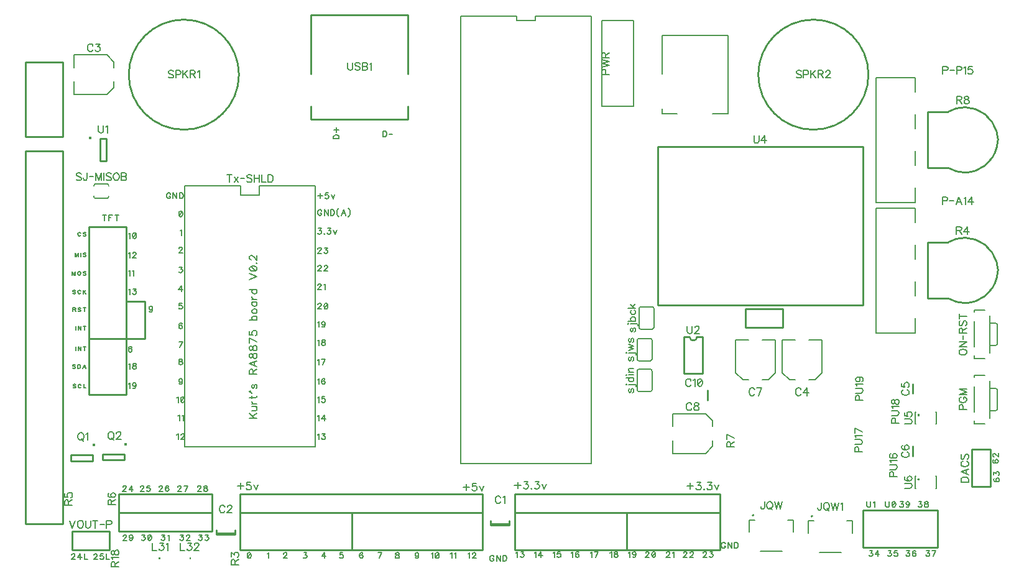
<source format=gto>
G04 DipTrace 3.3.1.3*
G04 T4RA8875TouchShieldcastellatedV02.gto*
%MOIN*%
G04 #@! TF.FileFunction,Legend,Top*
G04 #@! TF.Part,Single*
%ADD10C,0.009843*%
%ADD16C,0.008*%
%ADD34C,0.005*%
%ADD36C,0.015401*%
%ADD40C,0.006*%
%ADD45C,0.015395*%
%ADD51C,0.012*%
%ADD129C,0.006176*%
%ADD130C,0.007*%
%FSLAX26Y26*%
G04*
G70*
G90*
G75*
G01*
G04 TopSilk*
%LPD*%
X3012917Y646487D2*
D10*
X2914483D1*
X3012917Y639039D2*
X2914483D1*
X3012917D2*
Y662598D1*
X2914483Y639039D2*
Y662598D1*
X1542917Y596487D2*
X1444483D1*
X1542917Y589039D2*
X1444483D1*
X1542917D2*
Y612598D1*
X1444483Y589039D2*
Y612598D1*
X679940Y2949448D2*
D16*
Y3018193D1*
Y3093207D2*
Y3161952D1*
X854950D1*
X892460Y3124445D1*
Y3093207D1*
X679940Y2949448D2*
X854950D1*
X892460Y2986955D1*
Y3018193D1*
X4477448Y1631960D2*
X4546193D1*
X4621207D2*
X4689952D1*
Y1456950D1*
X4652445Y1419440D1*
X4621207D1*
X4477448Y1631960D2*
Y1456950D1*
X4514955Y1419440D1*
X4546193D1*
X5175422Y1345129D2*
D10*
Y1396271D1*
Y1010129D2*
Y1061271D1*
X4227448Y1631960D2*
D16*
X4296193D1*
X4371207D2*
X4439952D1*
Y1456950D1*
X4402445Y1419440D1*
X4371207D1*
X4227448Y1631960D2*
Y1456950D1*
X4264955Y1419440D1*
X4296193D1*
X3889940Y1024448D2*
Y1093193D1*
Y1168207D2*
Y1236952D1*
X4064950D1*
X4102460Y1199445D1*
Y1168207D1*
X3889940Y1024448D2*
X4064950D1*
X4102460Y1061955D1*
Y1093193D1*
X4075060Y1361271D2*
D10*
Y1310129D1*
X5493700Y845700D2*
X5593700D1*
X5493700Y1045700D2*
Y845700D1*
Y1045700D2*
X5593700D1*
Y845700D1*
X3831545Y2845699D2*
D16*
X3914233D1*
X3831545Y3266973D2*
Y3058322D1*
Y2845699D2*
Y2873247D1*
X4185865Y3266973D2*
Y2845699D1*
X4103177D1*
X4185865Y3266973D2*
X3831545D1*
X4908700Y520700D2*
D10*
X5308700D1*
X4908700Y720700D2*
X5308700D1*
X4908700Y520700D2*
Y720700D1*
X5308700Y520700D2*
Y720700D1*
X1644100Y805700D2*
X2868700D1*
X1568700D2*
X1644100D1*
X1568700Y705700D2*
Y805700D1*
Y705700D2*
X2868700D1*
Y805700D1*
X4143700Y705700D2*
Y805700D1*
X3043700Y705700D2*
X4143700D1*
X3043700D2*
Y805700D1*
X3118500D1*
X4143700D1*
X4478700Y1700700D2*
Y1800700D1*
X4278700Y1700700D2*
X4478700D1*
X4278700D2*
Y1800700D1*
X4478700D1*
X1418700Y705700D2*
Y805700D1*
X918700Y705700D2*
X1418700D1*
X918700Y805700D2*
X1418700D1*
X918700Y705700D2*
Y805700D1*
X1418700Y605700D2*
Y705700D1*
X918700Y605700D2*
X1418700D1*
X918700Y705700D2*
X1418700D1*
X918700Y605700D2*
Y705700D1*
X758700Y1532400D2*
Y1340700D1*
Y1640700D2*
Y1340700D1*
X958700Y1640700D2*
Y1340700D1*
X758700Y1640700D2*
X958700D1*
X758700Y1340700D2*
X958700D1*
X758700Y2240700D2*
Y1640700D1*
X958700D1*
Y2240700D2*
Y1640700D1*
X758700Y2240700D2*
X958700D1*
X418700Y645850D2*
X618700D1*
X418700Y2645850D2*
X618700D1*
Y645850D1*
X418700Y2645850D2*
Y645850D1*
Y3121399D2*
Y2721399D1*
X618700Y3121399D2*
Y2721399D1*
X418700Y3121399D2*
X618700D1*
X418700Y2721399D2*
X618700D1*
X4359878Y499279D2*
D16*
X4477994D1*
X4300820Y601645D2*
Y666603D1*
X4507524D2*
X4537053D1*
Y601645D1*
X4300820Y666603D2*
X4330349D1*
X4316508Y692195D2*
G02X4316508Y692195I4002J0D01*
G01*
X4674878Y494279D2*
X4792994D1*
X4615820Y596645D2*
Y661603D1*
X4822524D2*
X4852053D1*
Y596645D1*
X4615820Y661603D2*
X4645349D1*
X4631508Y687195D2*
G02X4631508Y687195I4002J0D01*
G01*
X1058700Y1840700D2*
D10*
X958700D1*
X1058700Y1640700D2*
Y1840700D1*
Y1640700D2*
X958700D1*
Y1840700D1*
G36*
X1142361Y456763D2*
X1134488D1*
Y464637D1*
X1142361D1*
Y456763D1*
G37*
G36*
X1300039Y464637D2*
X1307912D1*
Y456763D1*
X1300039D1*
Y464637D1*
G37*
X5588702Y1563199D2*
D34*
Y1763201D1*
X5563697Y1794435D2*
X5507455D1*
Y1781935D1*
Y1731934D2*
Y1594466D1*
X5590701Y1604188D2*
X5620704D1*
G03X5630700Y1614201I-16J10011D01*
G01*
Y1712199D1*
G03X5620704Y1722212I-10011J2D01*
G01*
X5590701D1*
X5507455Y1550699D2*
Y1531965D1*
X5563697D1*
X5188413Y1671054D2*
D16*
X4979724D1*
Y2340346D1*
X5188413D1*
Y1671054D2*
Y1749763D1*
Y2261637D2*
Y2340346D1*
Y1867893D2*
Y1946669D1*
Y2064731D2*
Y2143507D1*
Y2371054D2*
X4979724D1*
Y3040346D1*
X5188413D1*
Y2371054D2*
Y2449763D1*
Y2961637D2*
Y3040346D1*
Y2567893D2*
Y2646669D1*
Y2764731D2*
Y2843507D1*
X3043700Y505700D2*
D10*
X3643700D1*
Y705700D1*
X3043700D2*
X3643700D1*
X3043700Y505700D2*
Y705700D1*
X3643700Y505700D2*
X4143700D1*
X3643700Y705700D2*
X4143700D1*
X3643700Y505700D2*
Y705700D1*
X4143700Y505700D2*
Y705700D1*
X1568700Y505700D2*
X2168700D1*
Y705700D1*
X1568700D2*
X2168700D1*
X1568700Y505700D2*
Y705700D1*
X2868700Y505700D2*
Y705700D1*
X2168700Y505700D2*
Y705700D1*
X2868700D1*
X2168700Y505700D2*
X2868700D1*
X5588702Y1213199D2*
D34*
Y1413201D1*
X5563697Y1444435D2*
X5507455D1*
Y1431935D1*
Y1381934D2*
Y1244466D1*
X5590701Y1254188D2*
X5620704D1*
G03X5630700Y1264201I-16J10011D01*
G01*
Y1362199D1*
G03X5620704Y1372212I-10011J2D01*
G01*
X5590701D1*
X5507455Y1200699D2*
Y1181965D1*
X5563697D1*
X3679330Y3344637D2*
D16*
X3508070D1*
Y2886763D1*
X3679330D1*
Y3344637D1*
D36*
X785417Y1068625D3*
X780154Y1014559D2*
D10*
X662046D1*
X780154Y983068D2*
X662046D1*
Y1014559D2*
Y983068D1*
X780154Y1014559D2*
Y983068D1*
D36*
X955417Y1073625D3*
X950154Y1019559D2*
D10*
X832046D1*
X950154Y988068D2*
X832046D1*
Y1019559D2*
Y988068D1*
X950154Y1019559D2*
Y988068D1*
X5364935Y2155640D2*
X5256683Y2155710D1*
X5365802Y1855619D2*
X5256683Y1855725D1*
Y2155710D2*
Y1855725D1*
X5364935Y2155640D2*
G02X5457237Y2180811I88397J-142329D01*
G01*
X5367913Y1855059D2*
G03X5457237Y1830413I91482J157369D01*
G01*
X5456483Y2180987D2*
G02X5626006Y2051134I-3102J-179632D01*
G01*
X5457162Y1830589D2*
G03X5626421Y1964473I-1435J175746D01*
G01*
X5626006Y2050398D2*
G02X5626534Y1964262I-120232J-43806D01*
G01*
X5364935Y2855640D2*
X5256683Y2855710D1*
X5365802Y2555619D2*
X5256683Y2555725D1*
Y2855710D2*
Y2555725D1*
X5364935Y2855640D2*
G02X5457237Y2880811I88397J-142329D01*
G01*
X5367913Y2555059D2*
G03X5457237Y2530413I91482J157369D01*
G01*
X5456483Y2880987D2*
G02X5626006Y2751134I-3102J-179632D01*
G01*
X5457162Y2530589D2*
G03X5626421Y2664473I-1435J175746D01*
G01*
X5626006Y2750398D2*
G02X5626534Y2664262I-120232J-43806D01*
G01*
X794486Y2470070D2*
D16*
X857481D1*
X794486Y2391330D2*
G02X786604Y2403141I1970J9850D01*
G01*
X865363D2*
G02X857481Y2391330I-9852J-1961D01*
G01*
X865363Y2458259D2*
G03X857481Y2470070I-9852J1961D01*
G01*
X794486D2*
G03X786604Y2458259I1970J-9850D01*
G01*
X857481Y2391330D2*
X794486D1*
X3788700Y1800704D2*
D40*
Y1700696D1*
X3708700Y1800704D2*
G02X3718700Y1810700I9997J-1D01*
G01*
Y1690700D2*
G02X3708700Y1700696I-3J9997D01*
G01*
X3778700Y1690700D2*
G03X3788700Y1700696I3J9997D01*
G01*
Y1800704D2*
G03X3778700Y1810700I-9997J-1D01*
G01*
X3718700D1*
X3778700Y1690700D2*
X3718700D1*
X3708700Y1700696D2*
Y1800704D1*
X3778700Y1465704D2*
Y1365696D1*
X3698700Y1465704D2*
G02X3708700Y1475700I9997J-1D01*
G01*
Y1355700D2*
G02X3698700Y1365696I-3J9997D01*
G01*
X3768700Y1355700D2*
G03X3778700Y1365696I3J9997D01*
G01*
Y1465704D2*
G03X3768700Y1475700I-9997J-1D01*
G01*
X3708700D1*
X3768700Y1355700D2*
X3708700D1*
X3698700Y1365696D2*
Y1465704D1*
X3778700Y1630704D2*
Y1530696D1*
X3698700Y1630704D2*
G02X3708700Y1640700I9997J-1D01*
G01*
Y1520700D2*
G02X3698700Y1530696I-3J9997D01*
G01*
X3768700Y1520700D2*
G03X3778700Y1530696I3J9997D01*
G01*
Y1630704D2*
G03X3768700Y1640700I-9997J-1D01*
G01*
X3708700D1*
X3768700Y1520700D2*
X3708700D1*
X3698700Y1530696D2*
Y1630704D1*
X973424Y3055700D2*
D10*
G02X973424Y3055700I295276J0D01*
G01*
X4348424D2*
G02X4348424Y3055700I295276J0D01*
G01*
X1573720Y2410720D2*
D16*
X1673680D1*
Y2460700D1*
X1973700D1*
Y1060700D1*
X1273700D1*
Y2460700D1*
X1573720D1*
Y2410720D1*
D45*
X766524Y2716866D3*
X820589Y2711603D2*
D10*
Y2593495D1*
X852080Y2711603D2*
Y2593495D1*
X820589D2*
X852080D1*
X820589Y2711603D2*
X852080D1*
X3948811Y1649127D2*
Y1452273D1*
X4051187Y1649127D2*
Y1452273D1*
X3948811D2*
X4051187D1*
X3980305Y1649127D2*
X3948811D1*
X4019694D2*
X4051187D1*
X3980305D2*
G03X4019694Y1649127I19694J9D01*
G01*
X3053723Y3345735D2*
D16*
X3153682D1*
Y3370700D1*
X3453700D1*
Y970695D1*
X2753705D1*
Y3370700D1*
X3053723D1*
Y3345735D1*
X4908700Y1820700D2*
D10*
X3808700D1*
Y2670700D1*
X4908700D1*
Y1820700D1*
X5190298Y1182602D2*
D16*
Y1246428D1*
X5302298D2*
Y1182602D1*
X5298569Y1246428D2*
X5302298D1*
X5190298D2*
X5194028D1*
Y1182602D2*
X5190298D1*
X5302298D2*
X5298569D1*
X5207882Y1229514D2*
D51*
G02X5207882Y1229514I1417J0D01*
G01*
X5190298Y837602D2*
D16*
Y901428D1*
X5302298D2*
Y837602D1*
X5298569Y901428D2*
X5302298D1*
X5190298D2*
X5194028D1*
Y837602D2*
X5190298D1*
X5302298D2*
X5298569D1*
X5207882Y884514D2*
D51*
G02X5207882Y884514I1417J0D01*
G01*
X2470725Y2817275D2*
D10*
X1951085D1*
Y3377117D2*
Y3059015D1*
Y2885800D2*
Y2818059D1*
Y3377117D2*
X2470725D1*
Y3059015D1*
Y2885800D2*
Y2818059D1*
X868700Y505700D2*
Y605700D1*
X668700Y505700D2*
X868700D1*
X668700D2*
Y605700D1*
X868700D1*
X2967075Y786460D2*
D129*
X2965174Y790263D1*
X2961327Y794109D1*
X2957524Y796011D1*
X2949875D1*
X2946028Y794109D1*
X2942226Y790263D1*
X2940280Y786460D1*
X2938379Y780712D1*
Y771117D1*
X2940280Y765414D1*
X2942226Y761567D1*
X2946028Y757764D1*
X2949875Y755819D1*
X2957524D1*
X2961327Y757764D1*
X2965174Y761567D1*
X2967075Y765414D1*
X2979426Y788317D2*
X2983273Y790263D1*
X2989021Y795967D1*
Y755819D1*
X1488475Y736460D2*
X1486574Y740263D1*
X1482727Y744109D1*
X1478924Y746011D1*
X1471275D1*
X1467428Y744109D1*
X1463626Y740263D1*
X1461680Y736460D1*
X1459779Y730712D1*
Y721117D1*
X1461680Y715414D1*
X1463626Y711567D1*
X1467428Y707764D1*
X1471275Y705819D1*
X1478924D1*
X1482727Y707764D1*
X1486574Y711567D1*
X1488475Y715414D1*
X1502772Y736416D2*
Y738317D1*
X1504673Y742164D1*
X1506574Y744065D1*
X1510421Y745967D1*
X1518070D1*
X1521873Y744065D1*
X1523774Y742164D1*
X1525720Y738317D1*
Y734515D1*
X1523774Y730668D1*
X1519972Y724964D1*
X1500826Y705819D1*
X1527621D1*
X780975Y3210980D2*
X779074Y3214782D1*
X775227Y3218629D1*
X771424Y3220530D1*
X763775D1*
X759928Y3218629D1*
X756126Y3214782D1*
X754180Y3210980D1*
X752279Y3205232D1*
Y3195637D1*
X754180Y3189933D1*
X756126Y3186086D1*
X759928Y3182284D1*
X763775Y3180338D1*
X771424D1*
X775227Y3182284D1*
X779074Y3186086D1*
X780975Y3189933D1*
X797173Y3220486D2*
X818176D1*
X806724Y3205188D1*
X812472D1*
X816274Y3203286D1*
X818176Y3201385D1*
X820121Y3195637D1*
Y3191834D1*
X818176Y3186086D1*
X814373Y3182240D1*
X808625Y3180338D1*
X802877D1*
X797173Y3182240D1*
X795272Y3184185D1*
X793326Y3187988D1*
X4577524Y1365082D2*
X4575623Y1368885D1*
X4571776Y1372732D1*
X4567974Y1374633D1*
X4560324D1*
X4556478Y1372732D1*
X4552675Y1368885D1*
X4550730Y1365082D1*
X4548828Y1359334D1*
Y1349740D1*
X4550730Y1344036D1*
X4552675Y1340189D1*
X4556478Y1336387D1*
X4560324Y1334441D1*
X4567974D1*
X4571776Y1336387D1*
X4575623Y1340189D1*
X4577524Y1344036D1*
X4609021Y1334441D2*
Y1374589D1*
X4589876Y1347838D1*
X4618572D1*
X5126394Y1365475D2*
X5122591Y1363574D1*
X5118745Y1359727D1*
X5116843Y1355924D1*
Y1348275D1*
X5118745Y1344428D1*
X5122591Y1340626D1*
X5126394Y1338680D1*
X5132142Y1336779D1*
X5141737D1*
X5147441Y1338680D1*
X5151287Y1340626D1*
X5155090Y1344428D1*
X5157035Y1348275D1*
Y1355924D1*
X5155090Y1359727D1*
X5151287Y1363574D1*
X5147441Y1365475D1*
X5116888Y1400774D2*
Y1381673D1*
X5134087Y1379772D1*
X5132186Y1381673D1*
X5130241Y1387421D1*
Y1393125D1*
X5132186Y1398873D1*
X5135989Y1402720D1*
X5141737Y1404621D1*
X5145539D1*
X5151287Y1402720D1*
X5155134Y1398873D1*
X5157035Y1393125D1*
Y1387421D1*
X5155134Y1381673D1*
X5153189Y1379772D1*
X5149386Y1377826D1*
X5126394Y1031448D2*
X5122591Y1029547D1*
X5118745Y1025700D1*
X5116843Y1021897D1*
Y1014248D1*
X5118745Y1010401D1*
X5122591Y1006599D1*
X5126394Y1004653D1*
X5132142Y1002752D1*
X5141737D1*
X5147441Y1004653D1*
X5151287Y1006599D1*
X5155090Y1010401D1*
X5157035Y1014248D1*
Y1021897D1*
X5155090Y1025700D1*
X5151287Y1029546D1*
X5147441Y1031448D1*
X5122591Y1066747D2*
X5118789Y1064846D1*
X5116888Y1059098D1*
Y1055295D1*
X5118789Y1049547D1*
X5124537Y1045700D1*
X5134087Y1043799D1*
X5143638D1*
X5151287Y1045700D1*
X5155134Y1049547D1*
X5157035Y1055295D1*
Y1057196D1*
X5155134Y1062900D1*
X5151287Y1066747D1*
X5145539Y1068648D1*
X5143638D1*
X5137890Y1066747D1*
X5134087Y1062900D1*
X5132186Y1057196D1*
Y1055295D1*
X5134087Y1049547D1*
X5137890Y1045700D1*
X5143638Y1043799D1*
X4328475Y1365082D2*
X4326574Y1368885D1*
X4322727Y1372732D1*
X4318924Y1374633D1*
X4311275D1*
X4307428Y1372732D1*
X4303626Y1368885D1*
X4301680Y1365082D1*
X4299779Y1359334D1*
Y1349740D1*
X4301680Y1344036D1*
X4303626Y1340189D1*
X4307428Y1336387D1*
X4311275Y1334441D1*
X4318924D1*
X4322727Y1336387D1*
X4326574Y1340189D1*
X4328475Y1344036D1*
X4348476Y1334441D2*
X4367621Y1374589D1*
X4340826D1*
X3990997Y1285980D2*
X3989096Y1289782D1*
X3985249Y1293629D1*
X3981446Y1295530D1*
X3973797D1*
X3969950Y1293629D1*
X3966148Y1289782D1*
X3964202Y1285980D1*
X3962301Y1280232D1*
Y1270637D1*
X3964202Y1264933D1*
X3966148Y1261086D1*
X3969950Y1257284D1*
X3973797Y1255338D1*
X3981446D1*
X3985249Y1257284D1*
X3989096Y1261086D1*
X3990997Y1264933D1*
X4012899Y1295486D2*
X4007195Y1293585D1*
X4005250Y1289782D1*
Y1285936D1*
X4007195Y1282133D1*
X4010998Y1280188D1*
X4018647Y1278286D1*
X4024395Y1276385D1*
X4028198Y1272538D1*
X4030099Y1268736D1*
Y1262988D1*
X4028198Y1259185D1*
X4026296Y1257240D1*
X4020548Y1255338D1*
X4012899D1*
X4007195Y1257240D1*
X4005250Y1259185D1*
X4003348Y1262988D1*
Y1268736D1*
X4005250Y1272538D1*
X4009096Y1276385D1*
X4014800Y1278286D1*
X4022450Y1280188D1*
X4026296Y1282133D1*
X4028198Y1285936D1*
Y1289782D1*
X4026296Y1293585D1*
X4020548Y1295486D1*
X4012899D1*
X3987985Y1414255D2*
X3986084Y1418058D1*
X3982237Y1421905D1*
X3978434Y1423806D1*
X3970785D1*
X3966938Y1421905D1*
X3963136Y1418058D1*
X3961190Y1414255D1*
X3959289Y1408507D1*
Y1398913D1*
X3961190Y1393209D1*
X3963136Y1389362D1*
X3966938Y1385560D1*
X3970785Y1383614D1*
X3978434D1*
X3982237Y1385560D1*
X3986084Y1389362D1*
X3987985Y1393209D1*
X4000336Y1416113D2*
X4004183Y1418058D1*
X4009931Y1423762D1*
Y1383614D1*
X4033778Y1423762D2*
X4028030Y1421861D1*
X4024184Y1416113D1*
X4022282Y1406562D1*
Y1400814D1*
X4024184Y1391263D1*
X4028030Y1385515D1*
X4033778Y1383614D1*
X4037581D1*
X4043329Y1385515D1*
X4047132Y1391263D1*
X4049077Y1400814D1*
Y1406562D1*
X4047132Y1416113D1*
X4043329Y1421861D1*
X4037581Y1423762D1*
X4033778D1*
X4047132Y1416113D2*
X4024184Y1391263D1*
X5435122Y870710D2*
X5475314D1*
Y884107D1*
X5473368Y889855D1*
X5469566Y893702D1*
X5465719Y895603D1*
X5460015Y897504D1*
X5450420D1*
X5444672Y895603D1*
X5440870Y893702D1*
X5437023Y889855D1*
X5435122Y884107D1*
Y870710D1*
X5475314Y940497D2*
X5435122Y925154D1*
X5475314Y909856D1*
X5461916Y915604D2*
Y934749D1*
X5444672Y981544D2*
X5440870Y979643D1*
X5437023Y975796D1*
X5435122Y971994D1*
Y964345D1*
X5437023Y960498D1*
X5440870Y956695D1*
X5444672Y954750D1*
X5450420Y952848D1*
X5460015D1*
X5465719Y954750D1*
X5469566Y956695D1*
X5473368Y960498D1*
X5475314Y964345D1*
Y971994D1*
X5473368Y975796D1*
X5469566Y979643D1*
X5465719Y981544D1*
X5440870Y1020690D2*
X5437023Y1016888D1*
X5435122Y1011140D1*
Y1003491D1*
X5437023Y997743D1*
X5440870Y993896D1*
X5444672D1*
X5448519Y995841D1*
X5450420Y997743D1*
X5452321Y1001545D1*
X5456168Y1013041D1*
X5458069Y1016888D1*
X5460015Y1018789D1*
X5463818Y1020690D1*
X5469566D1*
X5473368Y1016888D1*
X5475314Y1011140D1*
Y1003491D1*
X5473368Y997743D1*
X5469566Y993896D1*
X4381691Y765538D2*
Y734941D1*
X4379790Y729193D1*
X4377845Y727292D1*
X4374042Y725346D1*
X4370195D1*
X4366393Y727292D1*
X4364492Y729193D1*
X4362546Y734941D1*
Y738744D1*
X4405539Y765538D2*
X4401736Y763681D1*
X4397890Y759834D1*
X4395988Y755988D1*
X4394043Y750240D1*
Y740689D1*
X4395988Y734941D1*
X4397890Y731139D1*
X4401736Y727292D1*
X4405539Y725391D1*
X4413188D1*
X4417035Y727292D1*
X4420837Y731139D1*
X4422739Y734941D1*
X4424684Y740689D1*
Y750240D1*
X4422739Y755988D1*
X4420837Y759834D1*
X4417035Y763681D1*
X4413188Y765538D1*
X4405539D1*
X4411287Y733040D2*
X4422739Y721544D1*
X4437036Y765538D2*
X4446630Y725346D1*
X4456181Y765538D1*
X4465732Y725346D1*
X4475326Y765538D1*
X4685718Y760538D2*
Y729941D1*
X4683817Y724193D1*
X4681872Y722292D1*
X4678069Y720346D1*
X4674222D1*
X4670420Y722292D1*
X4668518Y724193D1*
X4666573Y729941D1*
Y733744D1*
X4709566Y760538D2*
X4705763Y758681D1*
X4701916Y754834D1*
X4700015Y750988D1*
X4698070Y745240D1*
Y735689D1*
X4700015Y729941D1*
X4701916Y726139D1*
X4705763Y722292D1*
X4709566Y720391D1*
X4717215D1*
X4721062Y722292D1*
X4724864Y726139D1*
X4726766Y729941D1*
X4728711Y735689D1*
Y745240D1*
X4726766Y750988D1*
X4724864Y754834D1*
X4721062Y758681D1*
X4717215Y760538D1*
X4709566D1*
X4715314Y728040D2*
X4726766Y716544D1*
X4741063Y760538D2*
X4750657Y720346D1*
X4760208Y760538D1*
X4769758Y720346D1*
X4779353Y760538D1*
X4791705Y752845D2*
X4795551Y754790D1*
X4801299Y760494D1*
Y720346D1*
X1100341Y543885D2*
Y503693D1*
X1123289D1*
X1139487Y543841D2*
X1160490D1*
X1149038Y528542D1*
X1154786D1*
X1158589Y526641D1*
X1160490Y524739D1*
X1162435Y518991D1*
Y515189D1*
X1160490Y509441D1*
X1156687Y505594D1*
X1150939Y503693D1*
X1145191D1*
X1139487Y505594D1*
X1137586Y507540D1*
X1135641Y511342D1*
X1174787Y536191D2*
X1178633Y538137D1*
X1184382Y543841D1*
Y503693D1*
X1249419Y543885D2*
Y503693D1*
X1272366D1*
X1288565Y543841D2*
X1309567D1*
X1298115Y528542D1*
X1303863D1*
X1307666Y526641D1*
X1309567Y524739D1*
X1311513Y518991D1*
Y515189D1*
X1309567Y509441D1*
X1305765Y505594D1*
X1300016Y503693D1*
X1294268D1*
X1288565Y505594D1*
X1286663Y507540D1*
X1284718Y511342D1*
X1325809Y534290D2*
Y536191D1*
X1327711Y540038D1*
X1329612Y541939D1*
X1333459Y543841D1*
X1341108D1*
X1344911Y541939D1*
X1346812Y540038D1*
X1348757Y536191D1*
Y532389D1*
X1346812Y528542D1*
X1343009Y522838D1*
X1323864Y503693D1*
X1350659D1*
X5425122Y1563876D2*
X5427023Y1560029D1*
X5430870Y1556227D1*
X5434672Y1554281D1*
X5440420Y1552380D1*
X5450015D1*
X5455719Y1554281D1*
X5459566Y1556227D1*
X5463368Y1560029D1*
X5465314Y1563876D1*
Y1571525D1*
X5463368Y1575328D1*
X5459566Y1579174D1*
X5455719Y1581076D1*
X5450015Y1582977D1*
X5440420D1*
X5434672Y1581076D1*
X5430870Y1579174D1*
X5427023Y1575328D1*
X5425122Y1571525D1*
Y1563876D1*
Y1622123D2*
X5465314D1*
X5425122Y1595328D1*
X5465314D1*
X5445240Y1634474D2*
Y1656582D1*
X5444267Y1668934D2*
Y1686133D1*
X5442321Y1691881D1*
X5440420Y1693827D1*
X5436618Y1695728D1*
X5432771D1*
X5428968Y1693827D1*
X5427023Y1691881D1*
X5425122Y1686133D1*
Y1668934D1*
X5465314D1*
X5444267Y1682331D2*
X5465314Y1695728D1*
X5430870Y1734874D2*
X5427023Y1731072D1*
X5425122Y1725324D1*
Y1717674D1*
X5427023Y1711926D1*
X5430870Y1708080D1*
X5434672D1*
X5438519Y1710025D1*
X5440420Y1711926D1*
X5442321Y1715729D1*
X5446168Y1727225D1*
X5448069Y1731072D1*
X5450015Y1732973D1*
X5453817Y1734874D1*
X5459566D1*
X5463368Y1731072D1*
X5465314Y1725324D1*
Y1717674D1*
X5463368Y1711926D1*
X5459566Y1708080D1*
X5425122Y1760623D2*
X5465314D1*
X5425122Y1747226D2*
Y1774020D1*
X5335080Y2377877D2*
X5352324D1*
X5358028Y2379779D1*
X5359973Y2381724D1*
X5361875Y2385527D1*
Y2391275D1*
X5359973Y2395077D1*
X5358028Y2397023D1*
X5352324Y2398924D1*
X5335080D1*
Y2358732D1*
X5374226Y2378806D2*
X5396334D1*
X5439327Y2358732D2*
X5423984Y2398924D1*
X5408685Y2358732D1*
X5414433Y2372129D2*
X5433579D1*
X5451678Y2391231D2*
X5455525Y2393176D1*
X5461273Y2398880D1*
Y2358732D1*
X5492770D2*
Y2398880D1*
X5473624Y2372129D1*
X5502320D1*
X5337954Y3077877D2*
X5355198D1*
X5360902Y3079779D1*
X5362847Y3081724D1*
X5364749Y3085527D1*
Y3091275D1*
X5362847Y3095077D1*
X5360902Y3097023D1*
X5355198Y3098924D1*
X5337954D1*
Y3058732D1*
X5377100Y3078806D2*
X5399208D1*
X5411559Y3077877D2*
X5428803D1*
X5434507Y3079779D1*
X5436453Y3081724D1*
X5438354Y3085527D1*
Y3091275D1*
X5436453Y3095077D1*
X5434507Y3097023D1*
X5428803Y3098924D1*
X5411559D1*
Y3058732D1*
X5450705Y3091231D2*
X5454552Y3093176D1*
X5460300Y3098880D1*
Y3058732D1*
X5495599Y3098880D2*
X5476498D1*
X5474597Y3081680D1*
X5476498Y3083581D1*
X5482246Y3085527D1*
X5487950D1*
X5493698Y3083581D1*
X5497545Y3079779D1*
X5499446Y3074031D1*
Y3070228D1*
X5497545Y3064480D1*
X5493698Y3060633D1*
X5487950Y3058732D1*
X5482246D1*
X5476498Y3060633D1*
X5474597Y3062579D1*
X5472651Y3066381D1*
X5446168Y1257805D2*
Y1275049D1*
X5444267Y1280753D1*
X5442321Y1282698D1*
X5438519Y1284599D1*
X5432771D1*
X5428968Y1282698D1*
X5427023Y1280753D1*
X5425122Y1275049D1*
Y1257805D1*
X5465314D1*
X5434672Y1325647D2*
X5430870Y1323745D1*
X5427023Y1319899D1*
X5425122Y1316096D1*
Y1308447D1*
X5427023Y1304600D1*
X5430870Y1300798D1*
X5434672Y1298852D1*
X5440420Y1296951D1*
X5450015D1*
X5455719Y1298852D1*
X5459566Y1300798D1*
X5463368Y1304600D1*
X5465314Y1308447D1*
Y1316096D1*
X5463368Y1319899D1*
X5459566Y1323745D1*
X5455719Y1325647D1*
X5450015D1*
Y1316096D1*
X5465314Y1368595D2*
X5425122D1*
X5465314Y1353297D1*
X5425122Y1337998D1*
X5465314D1*
X5073707Y898156D2*
Y915400D1*
X5071806Y921104D1*
X5069861Y923050D1*
X5066058Y924951D1*
X5060310D1*
X5056507Y923050D1*
X5054562Y921104D1*
X5052661Y915400D1*
Y898156D1*
X5092853D1*
X5052661Y937302D2*
X5081357D1*
X5087105Y939204D1*
X5090907Y943050D1*
X5092853Y948798D1*
Y952601D1*
X5090907Y958349D1*
X5087105Y962196D1*
X5081357Y964097D1*
X5052661D1*
X5060354Y976448D2*
X5058409Y980295D1*
X5052705Y986043D1*
X5092853D1*
X5058409Y1021342D2*
X5054606Y1019441D1*
X5052705Y1013693D1*
Y1009891D1*
X5054606Y1004143D1*
X5060354Y1000296D1*
X5069905Y998395D1*
X5079455D1*
X5087105Y1000296D1*
X5090951Y1004143D1*
X5092853Y1009891D1*
Y1011792D1*
X5090951Y1017496D1*
X5087105Y1021342D1*
X5081357Y1023244D1*
X5079455D1*
X5073707Y1021342D1*
X5069905Y1017496D1*
X5068004Y1011792D1*
Y1009891D1*
X5069905Y1004143D1*
X5073707Y1000296D1*
X5079455Y998395D1*
X4885774Y1032184D2*
X4885775Y1049428D1*
X4883873Y1055132D1*
X4881928Y1057077D1*
X4878125Y1058978D1*
X4872377D1*
X4868575Y1057077D1*
X4866629Y1055132D1*
X4864728Y1049428D1*
Y1032184D1*
X4904920D1*
X4864728Y1071330D2*
X4893424D1*
X4899172Y1073231D1*
X4902974Y1077078D1*
X4904920Y1082826D1*
Y1086628D1*
X4902974Y1092376D1*
X4899172Y1096223D1*
X4893424Y1098124D1*
X4864728D1*
X4872421Y1110476D2*
X4870476Y1114322D1*
X4864772Y1120070D1*
X4904920D1*
Y1140071D2*
X4864772Y1159217D1*
Y1132422D1*
X5083904Y1187206D2*
Y1204450D1*
X5082003Y1210154D1*
X5080057Y1212099D1*
X5076255Y1214000D1*
X5070507D1*
X5066704Y1212099D1*
X5064759Y1210154D1*
X5062858Y1204450D1*
Y1187206D1*
X5103050D1*
X5062858Y1226352D2*
X5091554D1*
X5097302Y1228253D1*
X5101104Y1232100D1*
X5103050Y1237848D1*
Y1241650D1*
X5101104Y1247398D1*
X5097302Y1251245D1*
X5091553Y1253146D1*
X5062858D1*
X5070551Y1265498D2*
X5068606Y1269345D1*
X5062902Y1275093D1*
X5103050D1*
X5062902Y1296995D2*
X5064803Y1291291D1*
X5068606Y1289345D1*
X5072452D1*
X5076255Y1291291D1*
X5078200Y1295093D1*
X5080102Y1302743D1*
X5082003Y1308491D1*
X5085850Y1312293D1*
X5089652Y1314194D1*
X5095400D1*
X5099203Y1312293D1*
X5101148Y1310392D1*
X5103050Y1304644D1*
Y1296995D1*
X5101148Y1291291D1*
X5099203Y1289345D1*
X5095400Y1287444D1*
X5089652D1*
X5085850Y1289345D1*
X5082003Y1293192D1*
X5080102Y1298896D1*
X5078200Y1306545D1*
X5076255Y1310392D1*
X5072452Y1312293D1*
X5068606D1*
X5064803Y1310392D1*
X5062902Y1304644D1*
Y1296995D1*
X4890774Y1308134D2*
X4890775Y1325378D1*
X4888873Y1331082D1*
X4886928Y1333028D1*
X4883125Y1334929D1*
X4877377D1*
X4873575Y1333028D1*
X4871629Y1331082D1*
X4869728Y1325378D1*
Y1308134D1*
X4909920D1*
X4869728Y1347280D2*
X4898424D1*
X4904172Y1349182D1*
X4907974Y1353028D1*
X4909920Y1358776D1*
Y1362579D1*
X4907974Y1368327D1*
X4904172Y1372174D1*
X4898424Y1374075D1*
X4869728D1*
X4877421Y1386426D2*
X4875476Y1390273D1*
X4869772Y1396021D1*
X4909920D1*
X4883125Y1433266D2*
X4888873Y1431320D1*
X4892720Y1427518D1*
X4894621Y1421770D1*
Y1419869D1*
X4892720Y1414121D1*
X4888873Y1410318D1*
X4883125Y1408372D1*
X4881224D1*
X4875476Y1410318D1*
X4871673Y1414121D1*
X4869772Y1419869D1*
Y1421770D1*
X4871673Y1427518D1*
X4875476Y1431320D1*
X4883125Y1433266D1*
X4892720D1*
X4902271Y1431320D1*
X4908019Y1427518D1*
X4909920Y1421770D1*
Y1417967D1*
X4908019Y1412219D1*
X4904172Y1410318D1*
X3530538Y3057409D2*
Y3074653D1*
X3528637Y3080357D1*
X3526692Y3082302D1*
X3522889Y3084203D1*
X3517141D1*
X3513338Y3082302D1*
X3511393Y3080357D1*
X3509492Y3074653D1*
Y3057409D1*
X3549684D1*
X3509492Y3096555D2*
X3549684Y3106149D1*
X3509492Y3115700D1*
X3549684Y3125251D1*
X3509492Y3134845D1*
X3528637Y3147197D2*
Y3164397D1*
X3526692Y3170145D1*
X3524790Y3172090D1*
X3520988Y3173991D1*
X3517141D1*
X3513338Y3172090D1*
X3511393Y3170145D1*
X3509492Y3164397D1*
Y3147197D1*
X3549684D1*
X3528637Y3160594D2*
X3549684Y3173991D1*
X712784Y1134901D2*
X708982Y1133043D1*
X705135Y1129197D1*
X703234Y1125350D1*
X701288Y1119602D1*
Y1110051D1*
X703234Y1104303D1*
X705135Y1100501D1*
X708982Y1096654D1*
X712784Y1094753D1*
X720433D1*
X724280Y1096654D1*
X728083Y1100501D1*
X729984Y1104303D1*
X731930Y1110051D1*
Y1119602D1*
X729984Y1125350D1*
X728083Y1129197D1*
X724280Y1133043D1*
X720433Y1134901D1*
X712784D1*
X718532Y1102402D2*
X729984Y1090906D1*
X744281Y1127207D2*
X748128Y1129152D1*
X753876Y1134856D1*
Y1094709D1*
X874184Y1139901D2*
X870382Y1138043D1*
X866535Y1134197D1*
X864634Y1130350D1*
X862688Y1124602D1*
Y1115051D1*
X864634Y1109303D1*
X866535Y1105501D1*
X870382Y1101654D1*
X874184Y1099753D1*
X881834D1*
X885680Y1101654D1*
X889483Y1105501D1*
X891384Y1109303D1*
X893330Y1115051D1*
Y1124602D1*
X891384Y1130350D1*
X889483Y1134197D1*
X885680Y1138043D1*
X881834Y1139901D1*
X874184D1*
X879932Y1107402D2*
X891384Y1095906D1*
X907626Y1130306D2*
Y1132207D1*
X909528Y1136054D1*
X911429Y1137955D1*
X915276Y1139856D1*
X922925D1*
X926728Y1137955D1*
X928629Y1136054D1*
X930574Y1132207D1*
Y1128404D1*
X928629Y1124558D1*
X924826Y1118854D1*
X905681Y1099709D1*
X932476D1*
X1542003Y427730D2*
Y444930D1*
X1540057Y450678D1*
X1538156Y452623D1*
X1534354Y454524D1*
X1530507D1*
X1526704Y452623D1*
X1524759Y450678D1*
X1522858Y444930D1*
Y427730D1*
X1563050D1*
X1542003Y441127D2*
X1563050Y454524D1*
X1522902Y470723D2*
Y491725D1*
X1538200Y480273D1*
Y486021D1*
X1540102Y489824D1*
X1542003Y491725D1*
X1547751Y493670D1*
X1551553D1*
X1557302Y491725D1*
X1561148Y487922D1*
X1563050Y482174D1*
Y476426D1*
X1561148Y470722D1*
X1559203Y468821D1*
X1555400Y466876D1*
X5411289Y2220420D2*
X5428489D1*
X5434237Y2222365D1*
X5436183Y2224267D1*
X5438084Y2228069D1*
Y2231916D1*
X5436183Y2235718D1*
X5434237Y2237664D1*
X5428489Y2239565D1*
X5411289D1*
Y2199373D1*
X5424687Y2220420D2*
X5438084Y2199373D1*
X5469581D2*
Y2239521D1*
X5450435Y2212771D1*
X5479131D1*
X649739Y747730D2*
Y764930D1*
X647794Y770678D1*
X645893Y772623D1*
X642090Y774524D1*
X638243D1*
X634441Y772623D1*
X632495Y770678D1*
X630594Y764930D1*
Y747730D1*
X670786D1*
X649739Y761127D2*
X670786Y774524D1*
X630638Y809824D2*
Y790723D1*
X647838Y788821D1*
X645937Y790723D1*
X643991Y796471D1*
Y802174D1*
X645937Y807922D1*
X649739Y811769D1*
X655487Y813670D1*
X659290D1*
X665038Y811769D1*
X668885Y807922D1*
X670786Y802174D1*
Y796471D1*
X668885Y790722D1*
X666939Y788821D1*
X663137Y786876D1*
X880940Y748703D2*
Y765902D1*
X878994Y771650D1*
X877093Y773596D1*
X873291Y775497D1*
X869444D1*
X865641Y773596D1*
X863696Y771650D1*
X861795Y765902D1*
Y748703D1*
X901987D1*
X880940Y762100D2*
X901987Y775497D1*
X867543Y810796D2*
X863740Y808895D1*
X861839Y803147D1*
Y799345D1*
X863740Y793597D1*
X869488Y789750D1*
X879039Y787849D1*
X888589Y787848D1*
X896239Y789750D1*
X900085Y793596D1*
X901987Y799345D1*
Y801246D1*
X900085Y806950D1*
X896239Y810796D1*
X890491Y812698D1*
X888589D1*
X882841Y810796D1*
X879039Y806950D1*
X877137Y801246D1*
Y799345D1*
X879039Y793597D1*
X882841Y789750D1*
X888589Y787848D1*
X4199739Y1060131D2*
Y1077331D1*
X4197794Y1083079D1*
X4195893Y1085025D1*
X4192090Y1086926D1*
X4188243D1*
X4184441Y1085025D1*
X4182495Y1083079D1*
X4180594Y1077331D1*
Y1060131D1*
X4220786D1*
X4199739Y1073529D2*
X4220786Y1086926D1*
Y1106927D2*
X4180638Y1126072D1*
Y1099277D1*
X5412262Y2920420D2*
X5429462D1*
X5435210Y2922365D1*
X5437155Y2924267D1*
X5439057Y2928069D1*
Y2931916D1*
X5437155Y2935718D1*
X5435210Y2937664D1*
X5429462Y2939565D1*
X5412262D1*
Y2899373D1*
X5425659Y2920420D2*
X5439057Y2899373D1*
X5460959Y2939521D2*
X5455255Y2937620D1*
X5453309Y2933817D1*
Y2929970D1*
X5455255Y2926168D1*
X5459057Y2924222D1*
X5466707Y2922321D1*
X5472455Y2920420D1*
X5476257Y2916573D1*
X5478159Y2912771D1*
Y2907023D1*
X5476257Y2903220D1*
X5474356Y2901274D1*
X5468608Y2899373D1*
X5460959D1*
X5455255Y2901274D1*
X5453309Y2903220D1*
X5451408Y2907023D1*
Y2912771D1*
X5453309Y2916573D1*
X5457156Y2920420D1*
X5462860Y2922321D1*
X5470509Y2924222D1*
X5474356Y2926168D1*
X5476257Y2929970D1*
Y2933817D1*
X5474356Y2937620D1*
X5468608Y2939521D1*
X5460959D1*
X898676Y416779D2*
Y433979D1*
X896731Y439727D1*
X894830Y441672D1*
X891027Y443573D1*
X887180D1*
X883378Y441672D1*
X881432Y439727D1*
X879531Y433979D1*
Y416779D1*
X919723D1*
X898676Y430176D2*
X919723Y443573D1*
X887225Y455925D2*
X885279Y459772D1*
X879575Y465520D1*
X919723D1*
X879575Y487422D2*
X881477Y481718D1*
X885279Y479772D1*
X889126D1*
X892928Y481718D1*
X894874Y485520D1*
X896775Y493170D1*
X898676Y498918D1*
X902523Y502720D1*
X906326Y504621D1*
X912074D1*
X915876Y502720D1*
X917822Y500819D1*
X919723Y495071D1*
Y487421D1*
X917822Y481718D1*
X915876Y479772D1*
X912074Y477871D1*
X906326D1*
X902523Y479772D1*
X898676Y483619D1*
X896775Y489323D1*
X894874Y496972D1*
X892928Y500819D1*
X889126Y502720D1*
X885279D1*
X881477Y500819D1*
X879575Y495071D1*
Y487422D1*
X718132Y2522901D2*
X714330Y2526747D1*
X708582Y2528649D1*
X700933D1*
X695185Y2526747D1*
X691338Y2522901D1*
Y2519098D1*
X693283Y2515251D1*
X695185Y2513350D1*
X698987Y2511449D1*
X710483Y2507602D1*
X714330Y2505701D1*
X716231Y2503755D1*
X718132Y2499953D1*
Y2494205D1*
X714330Y2490402D1*
X708582Y2488457D1*
X700933D1*
X695185Y2490402D1*
X691338Y2494205D1*
X749629Y2528649D2*
Y2498051D1*
X747728Y2492303D1*
X745782Y2490402D1*
X741980Y2488457D1*
X738133D1*
X734331Y2490402D1*
X732429Y2492303D1*
X730484Y2498051D1*
Y2501854D1*
X761981Y2508530D2*
X784088D1*
X827037Y2488457D2*
Y2528649D1*
X811738Y2488457D1*
X796440Y2528649D1*
Y2488457D1*
X839388Y2528649D2*
Y2488457D1*
X878534Y2522901D2*
X874732Y2526747D1*
X868984Y2528649D1*
X861335D1*
X855587Y2526747D1*
X851740Y2522901D1*
Y2519098D1*
X853685Y2515251D1*
X855587Y2513350D1*
X859389Y2511449D1*
X870885Y2507602D1*
X874732Y2505701D1*
X876633Y2503755D1*
X878534Y2499953D1*
Y2494205D1*
X874732Y2490402D1*
X868984Y2488457D1*
X861335D1*
X855587Y2490402D1*
X851740Y2494205D1*
X902382Y2528649D2*
X898535Y2526747D1*
X894733Y2522901D1*
X892787Y2519098D1*
X890886Y2513350D1*
Y2503755D1*
X892787Y2498051D1*
X894733Y2494205D1*
X898535Y2490402D1*
X902382Y2488457D1*
X910031D1*
X913834Y2490402D1*
X917681Y2494205D1*
X919582Y2498051D1*
X921483Y2503755D1*
Y2513350D1*
X919582Y2519098D1*
X917681Y2522901D1*
X913834Y2526747D1*
X910031Y2528649D1*
X902382D1*
X933834D2*
Y2488457D1*
X951079D1*
X956827Y2490402D1*
X958728Y2492303D1*
X960629Y2496106D1*
Y2501854D1*
X958728Y2505701D1*
X956827Y2507602D1*
X951079Y2509503D1*
X956827Y2511449D1*
X958728Y2513350D1*
X960629Y2517152D1*
Y2520999D1*
X958728Y2524802D1*
X956827Y2526747D1*
X951079Y2528649D1*
X933834D1*
Y2509503D2*
X951079D1*
X3669267Y1697279D2*
X3665420Y1695378D1*
X3663519Y1689630D1*
Y1683882D1*
X3665420Y1678134D1*
X3669267Y1676233D1*
X3673069Y1678134D1*
X3675015Y1681981D1*
X3676916Y1691531D1*
X3678818Y1695378D1*
X3682664Y1697279D1*
X3684566D1*
X3688368Y1695378D1*
X3690314Y1689630D1*
Y1683882D1*
X3688368Y1678134D1*
X3684566Y1676233D1*
X3650077Y1717280D2*
X3651979Y1719225D1*
X3650077Y1721127D1*
X3648176Y1719225D1*
X3650077Y1717280D1*
X3663475Y1719225D2*
X3696017D1*
X3701765Y1717280D1*
X3703667Y1713477D1*
Y1709631D1*
X3650122Y1733478D2*
X3690314D1*
X3669267D2*
X3665420Y1737325D1*
X3663519Y1741127D1*
Y1746875D1*
X3665420Y1750678D1*
X3669267Y1754525D1*
X3675015Y1756426D1*
X3678818D1*
X3684566Y1754525D1*
X3688368Y1750678D1*
X3690314Y1746875D1*
Y1741127D1*
X3688368Y1737325D1*
X3684566Y1733478D1*
X3669267Y1791769D2*
X3665420Y1787923D1*
X3663519Y1784076D1*
Y1778372D1*
X3665420Y1774525D1*
X3669267Y1770723D1*
X3675015Y1768777D1*
X3678818D1*
X3684566Y1770723D1*
X3688368Y1774525D1*
X3690314Y1778372D1*
Y1784076D1*
X3688368Y1787923D1*
X3684566Y1791769D1*
X3650122Y1804121D2*
X3690314D1*
X3663519Y1823266D2*
X3682664Y1804121D1*
X3675015Y1811770D2*
X3690314Y1825167D1*
X3659267Y1371852D2*
X3655420Y1369951D1*
X3653519Y1364203D1*
Y1358455D1*
X3655420Y1352707D1*
X3659267Y1350805D1*
X3663069Y1352707D1*
X3665015Y1356553D1*
X3666916Y1366104D1*
X3668818Y1369951D1*
X3672664Y1371852D1*
X3674566D1*
X3678368Y1369951D1*
X3680314Y1364203D1*
Y1358455D1*
X3678368Y1352707D1*
X3674566Y1350805D1*
X3640077Y1391853D2*
X3641979Y1393798D1*
X3640077Y1395699D1*
X3638176Y1393798D1*
X3640077Y1391853D1*
X3653475Y1393798D2*
X3686017D1*
X3691765Y1391853D1*
X3693667Y1388050D1*
Y1384203D1*
X3640122Y1430999D2*
X3680314D1*
X3659267D2*
X3655420Y1427196D1*
X3653519Y1423349D1*
Y1417601D1*
X3655420Y1413799D1*
X3659267Y1409952D1*
X3665015Y1408051D1*
X3668818D1*
X3674566Y1409952D1*
X3678368Y1413799D1*
X3680314Y1417601D1*
Y1423349D1*
X3678368Y1427196D1*
X3674566Y1430999D1*
X3640122Y1443350D2*
X3642023Y1445251D1*
X3640122Y1447197D1*
X3638176Y1445251D1*
X3640122Y1443350D1*
X3653519Y1445251D2*
X3680314D1*
X3653519Y1459548D2*
X3680314D1*
X3661168D2*
X3655420Y1465296D1*
X3653519Y1469143D1*
Y1474847D1*
X3655420Y1478694D1*
X3661168Y1480595D1*
X3680314D1*
X3659267Y1541126D2*
X3655420Y1539225D1*
X3653519Y1533477D1*
Y1527729D1*
X3655420Y1521981D1*
X3659267Y1520080D1*
X3663069Y1521981D1*
X3665015Y1525828D1*
X3666916Y1535378D1*
X3668818Y1539225D1*
X3672664Y1541126D1*
X3674566D1*
X3678368Y1539225D1*
X3680314Y1533477D1*
Y1527729D1*
X3678368Y1521981D1*
X3674566Y1520080D1*
X3640077Y1561127D2*
X3641979Y1563073D1*
X3640077Y1564974D1*
X3638176Y1563073D1*
X3640077Y1561127D1*
X3653475Y1563073D2*
X3686017Y1563072D1*
X3691765Y1561127D1*
X3693667Y1557324D1*
Y1553478D1*
X3653519Y1577325D2*
X3680314Y1584974D1*
X3653519Y1592624D1*
X3680314Y1600273D1*
X3653519Y1607922D1*
X3659267Y1641320D2*
X3655420Y1639419D1*
X3653519Y1633671D1*
Y1627923D1*
X3655420Y1622175D1*
X3659267Y1620274D1*
X3663069Y1622175D1*
X3665015Y1626022D1*
X3666916Y1635572D1*
X3668818Y1639419D1*
X3672664Y1641320D1*
X3674566D1*
X3678368Y1639419D1*
X3680314Y1633671D1*
Y1627923D1*
X3678368Y1622175D1*
X3674566Y1620274D1*
X1212405Y3072458D2*
X1208603Y3076304D1*
X1202855Y3078206D1*
X1195205D1*
X1189457Y3076304D1*
X1185610Y3072458D1*
Y3068655D1*
X1187556Y3064808D1*
X1189457Y3062907D1*
X1193260Y3061006D1*
X1204756Y3057159D1*
X1208603Y3055258D1*
X1210504Y3053312D1*
X1212405Y3049510D1*
Y3043762D1*
X1208603Y3039959D1*
X1202855Y3038014D1*
X1195205D1*
X1189457Y3039959D1*
X1185610Y3043762D1*
X1224757Y3057159D2*
X1242001D1*
X1247704Y3059060D1*
X1249650Y3061006D1*
X1251551Y3064808D1*
Y3070556D1*
X1249650Y3074359D1*
X1247704Y3076304D1*
X1242001Y3078206D1*
X1224757D1*
Y3038014D1*
X1263903Y3078206D2*
Y3038014D1*
X1290697Y3078206D2*
X1263903Y3051411D1*
X1273453Y3061006D2*
X1290697Y3038014D1*
X1303049Y3059060D2*
X1320249D1*
X1325997Y3061006D1*
X1327942Y3062907D1*
X1329843Y3066710D1*
Y3070556D1*
X1327942Y3074359D1*
X1325997Y3076304D1*
X1320249Y3078206D1*
X1303049D1*
Y3038014D1*
X1316446Y3059060D2*
X1329843Y3038014D1*
X1342195Y3070512D2*
X1346041Y3072458D1*
X1351790Y3078162D1*
Y3038014D1*
X4578805Y3072458D2*
X4575003Y3076304D1*
X4569255Y3078206D1*
X4561605D1*
X4555857Y3076304D1*
X4552011Y3072458D1*
Y3068655D1*
X4553956Y3064808D1*
X4555857Y3062907D1*
X4559660Y3061006D1*
X4571156Y3057159D1*
X4575003Y3055258D1*
X4576904Y3053312D1*
X4578805Y3049510D1*
Y3043762D1*
X4575003Y3039959D1*
X4569255Y3038014D1*
X4561605D1*
X4555857Y3039959D1*
X4552011Y3043762D1*
X4591157Y3057159D2*
X4608401D1*
X4614105Y3059060D1*
X4616050Y3061006D1*
X4617951Y3064808D1*
Y3070556D1*
X4616050Y3074359D1*
X4614105Y3076304D1*
X4608401Y3078206D1*
X4591157D1*
Y3038014D1*
X4630303Y3078206D2*
Y3038014D1*
X4657097Y3078206D2*
X4630303Y3051411D1*
X4639853Y3061006D2*
X4657097Y3038014D1*
X4669449Y3059060D2*
X4686649D1*
X4692397Y3061006D1*
X4694342Y3062907D1*
X4696243Y3066710D1*
Y3070556D1*
X4694342Y3074359D1*
X4692397Y3076304D1*
X4686649Y3078206D1*
X4669449D1*
Y3038014D1*
X4682846Y3059060D2*
X4696243Y3038014D1*
X4710540Y3068611D2*
Y3070512D1*
X4712442Y3074359D1*
X4714343Y3076260D1*
X4718190Y3078162D1*
X4725839D1*
X4729641Y3076260D1*
X4731543Y3074359D1*
X4733488Y3070512D1*
Y3066710D1*
X4731543Y3062863D1*
X4727740Y3057159D1*
X4708595Y3038014D1*
X4735389D1*
X1513403Y2519278D2*
Y2479086D1*
X1500005Y2519278D2*
X1526800D1*
X1539151Y2505881D2*
X1560198Y2479086D1*
Y2505881D2*
X1539151Y2479086D1*
X1572549Y2499160D2*
X1594657D1*
X1633803Y2513530D2*
X1630001Y2517377D1*
X1624253Y2519278D1*
X1616603D1*
X1610855Y2517377D1*
X1607009Y2513530D1*
Y2509728D1*
X1608954Y2505881D1*
X1610855Y2503980D1*
X1614658Y2502079D1*
X1626154Y2498232D1*
X1630001Y2496331D1*
X1631902Y2494385D1*
X1633803Y2490583D1*
Y2484834D1*
X1630001Y2481032D1*
X1624253Y2479086D1*
X1616603D1*
X1610855Y2481032D1*
X1607009Y2484834D1*
X1646155Y2519278D2*
Y2479086D1*
X1672949Y2519278D2*
Y2479086D1*
X1646155Y2500133D2*
X1672949D1*
X1685301Y2519278D2*
Y2479086D1*
X1708249D1*
X1720600Y2519278D2*
Y2479086D1*
X1733997D1*
X1739745Y2481032D1*
X1743592Y2484834D1*
X1745493Y2488681D1*
X1747395Y2494385D1*
Y2503980D1*
X1745493Y2509728D1*
X1743592Y2513530D1*
X1739745Y2517377D1*
X1733997Y2519278D1*
X1720600D1*
X810593Y2783145D2*
Y2754449D1*
X812495Y2748701D1*
X816341Y2744898D1*
X822089Y2742953D1*
X825892D1*
X831640Y2744898D1*
X835487Y2748701D1*
X837388Y2754449D1*
Y2783145D1*
X849739Y2775451D2*
X853586Y2777397D1*
X859334Y2783100D1*
Y2742953D1*
X3967029Y1707706D2*
Y1679010D1*
X3968930Y1673262D1*
X3972777Y1669459D1*
X3978525Y1667514D1*
X3982327D1*
X3988075Y1669459D1*
X3991922Y1673262D1*
X3993824Y1679010D1*
Y1707706D1*
X4008120Y1698111D2*
Y1700012D1*
X4010022Y1703859D1*
X4011923Y1705760D1*
X4015770Y1707661D1*
X4023419D1*
X4027222Y1705760D1*
X4029123Y1703859D1*
X4031068Y1700012D1*
Y1696210D1*
X4029123Y1692363D1*
X4025320Y1686659D1*
X4006175Y1667514D1*
X4032970D1*
X4324779Y2729278D2*
Y2700583D1*
X4326680Y2694834D1*
X4330527Y2691032D1*
X4336275Y2689086D1*
X4340078D1*
X4345826Y2691032D1*
X4349672Y2694834D1*
X4351574Y2700583D1*
Y2729278D1*
X4383070Y2689086D2*
Y2729234D1*
X4363925Y2702484D1*
X4392621D1*
X5131720Y1181545D2*
X5160416D1*
X5166164Y1183446D1*
X5169967Y1187293D1*
X5171912Y1193041D1*
Y1196843D1*
X5169967Y1202591D1*
X5166164Y1206438D1*
X5160416Y1208339D1*
X5131720D1*
X5131764Y1243639D2*
Y1224538D1*
X5148964Y1222636D1*
X5147063Y1224537D1*
X5145117Y1230286D1*
Y1235989D1*
X5147063Y1241737D1*
X5150865Y1245584D1*
X5156613Y1247485D1*
X5160416D1*
X5166164Y1245584D1*
X5170011Y1241737D1*
X5171912Y1235989D1*
Y1230285D1*
X5170011Y1224537D1*
X5168065Y1222636D1*
X5164263Y1220691D1*
X5131720Y837517D2*
X5160416D1*
X5166164Y839419D1*
X5169967Y843265D1*
X5171912Y849013D1*
Y852816D1*
X5169967Y858564D1*
X5166164Y862411D1*
X5160416Y864312D1*
X5131720D1*
X5137468Y899611D2*
X5133666Y897710D1*
X5131764Y891962D1*
Y888160D1*
X5133666Y882412D1*
X5139414Y878565D1*
X5148964Y876663D1*
X5158515D1*
X5166164Y878565D1*
X5170011Y882411D1*
X5171912Y888159D1*
Y890061D1*
X5170011Y895765D1*
X5166164Y899611D1*
X5160416Y901513D1*
X5158515D1*
X5152767Y899611D1*
X5148964Y895765D1*
X5147063Y890061D1*
Y888160D1*
X5148964Y882411D1*
X5152767Y878565D1*
X5158515Y876663D1*
X2147388Y3119702D2*
Y3091006D1*
X2149290Y3085258D1*
X2153136Y3081455D1*
X2158884Y3079510D1*
X2162687D1*
X2168435Y3081455D1*
X2172282Y3085258D1*
X2174183Y3091006D1*
Y3119702D1*
X2213329Y3113954D2*
X2209526Y3117801D1*
X2203778Y3119702D1*
X2196129D1*
X2190381Y3117801D1*
X2186534Y3113954D1*
Y3110151D1*
X2188480Y3106304D1*
X2190381Y3104403D1*
X2194184Y3102502D1*
X2205680Y3098655D1*
X2209526Y3096754D1*
X2211428Y3094808D1*
X2213329Y3091006D1*
Y3085258D1*
X2209526Y3081455D1*
X2203778Y3079510D1*
X2196129D1*
X2190381Y3081455D1*
X2186534Y3085258D1*
X2225680Y3119702D2*
Y3079510D1*
X2242924D1*
X2248672Y3081455D1*
X2250574Y3083357D1*
X2252475Y3087159D1*
Y3092907D1*
X2250574Y3096754D1*
X2248672Y3098655D1*
X2242924Y3100556D1*
X2248672Y3102502D1*
X2250574Y3104403D1*
X2252475Y3108206D1*
Y3112053D1*
X2250574Y3115855D1*
X2248672Y3117801D1*
X2242924Y3119702D1*
X2225680D1*
Y3100556D2*
X2242924D1*
X2264826Y3112008D2*
X2268673Y3113954D1*
X2274421Y3119658D1*
Y3079510D1*
X655978Y664278D2*
X671277Y624086D1*
X686576Y664278D1*
X710423D2*
X706576Y662377D1*
X702774Y658530D1*
X700828Y654728D1*
X698927Y648980D1*
Y639385D1*
X700828Y633681D1*
X702774Y629834D1*
X706576Y626032D1*
X710423Y624086D1*
X718072D1*
X721875Y626032D1*
X725722Y629834D1*
X727623Y633681D1*
X729524Y639385D1*
Y648980D1*
X727623Y654728D1*
X725722Y658530D1*
X721875Y662377D1*
X718072Y664278D1*
X710423D1*
X741876D2*
Y635583D1*
X743777Y629834D1*
X747624Y626032D1*
X753372Y624086D1*
X757174D1*
X762922Y626032D1*
X766769Y629834D1*
X768670Y635583D1*
Y664278D1*
X794419D2*
Y624086D1*
X781022Y664278D2*
X807816D1*
X820168Y644160D2*
X842276D1*
X854627Y643232D2*
X871871D1*
X877575Y645133D1*
X879520Y647079D1*
X881422Y650881D1*
Y656629D1*
X879520Y660432D1*
X877575Y662377D1*
X871871Y664278D1*
X854627D1*
Y624086D1*
X1620781Y1213258D2*
D130*
X1660973D1*
X1620782Y1240053D2*
X1647576Y1213258D1*
X1637981Y1222808D2*
X1660974Y1240052D1*
X1634179Y1254052D2*
X1653324D1*
X1659028Y1255954D1*
X1660974Y1259800D1*
Y1265548D1*
X1659028Y1269351D1*
X1653324Y1275099D1*
X1634179D2*
X1660974D1*
X1634179Y1289099D2*
X1660973D1*
X1645675D2*
X1639927Y1291045D1*
X1636080Y1294847D1*
X1634179Y1298694D1*
Y1304442D1*
X1620782Y1324190D2*
X1653324D1*
X1659028Y1326091D1*
X1660973Y1329938D1*
Y1333740D1*
X1634179Y1318442D2*
Y1331839D1*
X1620826Y1357335D2*
X1632322Y1347740D1*
X1622727Y1359237D1*
X1620826Y1357335D1*
X1639927Y1394283D2*
X1636080Y1392382D1*
X1634179Y1386634D1*
Y1380886D1*
X1636080Y1375138D1*
X1639927Y1373237D1*
X1643729Y1375138D1*
X1645675Y1378985D1*
X1647576Y1388535D1*
X1649477Y1392382D1*
X1653324Y1394283D1*
X1655225D1*
X1659028Y1392382D1*
X1660973Y1386634D1*
Y1380886D1*
X1659028Y1375138D1*
X1655225Y1373237D1*
X1639927Y1448813D2*
Y1466012D1*
X1637981Y1471760D1*
X1636080Y1473706D1*
X1632278Y1475607D1*
X1628431D1*
X1624628Y1473706D1*
X1622683Y1471760D1*
X1620781Y1466012D1*
Y1448813D1*
X1660973D1*
X1639927Y1462210D2*
X1660973Y1475607D1*
Y1520249D2*
X1620781Y1504906D1*
X1660973Y1489607D1*
X1647576Y1495355D2*
Y1514501D1*
X1620826Y1543799D2*
X1622727Y1538095D1*
X1626530Y1536150D1*
X1630376D1*
X1634179Y1538095D1*
X1636124Y1541898D1*
X1638026Y1549547D1*
X1639927Y1555295D1*
X1643774Y1559098D1*
X1647576Y1560999D1*
X1653324D1*
X1657127Y1559098D1*
X1659072Y1557197D1*
X1660973Y1551449D1*
Y1543799D1*
X1659072Y1538095D1*
X1657127Y1536150D1*
X1653324Y1534249D1*
X1647576D1*
X1643774Y1536150D1*
X1639927Y1539997D1*
X1638026Y1545701D1*
X1636124Y1553350D1*
X1634179Y1557197D1*
X1630376Y1559098D1*
X1626530D1*
X1622727Y1557197D1*
X1620826Y1551449D1*
Y1543799D1*
Y1584550D2*
X1622727Y1578846D1*
X1626530Y1576900D1*
X1630376D1*
X1634179Y1578846D1*
X1636124Y1582648D1*
X1638026Y1590298D1*
X1639927Y1596046D1*
X1643774Y1599848D1*
X1647576Y1601750D1*
X1653324D1*
X1657127Y1599848D1*
X1659072Y1597947D1*
X1660973Y1592199D1*
Y1584550D1*
X1659072Y1578846D1*
X1657127Y1576900D1*
X1653324Y1574999D1*
X1647576D1*
X1643774Y1576900D1*
X1639927Y1580747D1*
X1638026Y1586451D1*
X1636124Y1594100D1*
X1634179Y1597947D1*
X1630376Y1599848D1*
X1626530D1*
X1622727Y1597947D1*
X1620826Y1592199D1*
Y1584550D1*
X1660973Y1623399D2*
X1620826Y1642544D1*
Y1615750D1*
Y1679492D2*
Y1660391D1*
X1638026Y1658490D1*
X1636124Y1660391D1*
X1634179Y1666139D1*
Y1671843D1*
X1636124Y1677591D1*
X1639927Y1681438D1*
X1645675Y1683339D1*
X1649477D1*
X1655225Y1681438D1*
X1659072Y1677591D1*
X1660973Y1671843D1*
Y1666139D1*
X1659072Y1660391D1*
X1657127Y1658490D1*
X1653324Y1656544D1*
X1620781Y1737868D2*
X1660973D1*
X1639927D2*
X1636080Y1741715D1*
X1634179Y1745518D1*
Y1751266D1*
X1636080Y1755068D1*
X1639927Y1758915D1*
X1645675Y1760816D1*
X1649477D1*
X1655225Y1758915D1*
X1659028Y1755068D1*
X1660973Y1751266D1*
Y1745518D1*
X1659028Y1741715D1*
X1655225Y1737868D1*
X1634179Y1784367D2*
X1636080Y1780564D1*
X1639927Y1776717D1*
X1645675Y1774816D1*
X1649477D1*
X1655225Y1776717D1*
X1659028Y1780564D1*
X1660973Y1784367D1*
Y1790115D1*
X1659028Y1793962D1*
X1655225Y1797764D1*
X1649477Y1799710D1*
X1645675D1*
X1639927Y1797764D1*
X1636080Y1793962D1*
X1634179Y1790115D1*
Y1784367D1*
Y1836658D2*
X1660973D1*
X1639927D2*
X1636080Y1832855D1*
X1634179Y1829008D1*
Y1823304D1*
X1636080Y1819458D1*
X1639927Y1815655D1*
X1645675Y1813710D1*
X1649477D1*
X1655225Y1815655D1*
X1659028Y1819458D1*
X1660973Y1823304D1*
Y1829008D1*
X1659028Y1832855D1*
X1655225Y1836658D1*
X1634179Y1850658D2*
X1660973D1*
X1645675D2*
X1639927Y1852603D1*
X1636080Y1856406D1*
X1634179Y1860252D1*
Y1866000D1*
X1620781Y1902948D2*
X1660973D1*
X1639927D2*
X1636080Y1899146D1*
X1634179Y1895299D1*
Y1889551D1*
X1636080Y1885748D1*
X1639927Y1881902D1*
X1645675Y1880000D1*
X1649477D1*
X1655225Y1881902D1*
X1659028Y1885748D1*
X1660973Y1889551D1*
Y1895299D1*
X1659028Y1899146D1*
X1655225Y1902948D1*
X1620781Y1957478D2*
X1660973Y1972776D1*
X1620781Y1988075D1*
X1620826Y2013571D2*
X1622727Y2007823D1*
X1628475Y2003976D1*
X1638026Y2002075D1*
X1643774D1*
X1653324Y2003976D1*
X1659072Y2007823D1*
X1660973Y2013571D1*
Y2017373D1*
X1659072Y2023121D1*
X1653324Y2026924D1*
X1643774Y2028869D1*
X1638026D1*
X1628475Y2026924D1*
X1622727Y2023121D1*
X1620826Y2017373D1*
Y2013571D1*
X1628475Y2026924D2*
X1653324Y2003976D1*
X1657127Y2044771D2*
X1659072Y2042869D1*
X1660973Y2044771D1*
X1659072Y2046716D1*
X1657127Y2044771D1*
X1630376Y2062662D2*
X1628475D1*
X1624628Y2064563D1*
X1622727Y2066464D1*
X1620826Y2070311D1*
Y2077960D1*
X1622727Y2081763D1*
X1624628Y2083664D1*
X1628475Y2085610D1*
X1632278D1*
X1636124Y2083664D1*
X1641828Y2079862D1*
X1660973Y2060716D1*
Y2087511D1*
X4172126Y539213D2*
X4170700Y542065D1*
X4167815Y544950D1*
X4164963Y546376D1*
X4159226D1*
X4156341Y544950D1*
X4153489Y542065D1*
X4152030Y539213D1*
X4150604Y534902D1*
Y527706D1*
X4152030Y523428D1*
X4153489Y520543D1*
X4156341Y517691D1*
X4159226Y516232D1*
X4164963D1*
X4167815Y517691D1*
X4170700Y520543D1*
X4172126Y523428D1*
Y527706D1*
X4164963D1*
X4206222Y546376D2*
Y516232D1*
X4186126Y546376D1*
Y516232D1*
X4220222Y546376D2*
Y516232D1*
X4230270D1*
X4234581Y517691D1*
X4237466Y520543D1*
X4238892Y523428D1*
X4240318Y527706D1*
Y534902D1*
X4238892Y539213D1*
X4237466Y542065D1*
X4234581Y544950D1*
X4230270Y546376D1*
X4220222D1*
X3058316Y870746D2*
Y836302D1*
X3041116Y853502D2*
X3075560D1*
X3093407Y873598D2*
X3114409D1*
X3102957Y858299D1*
X3108705D1*
X3112508Y856398D1*
X3114409Y854497D1*
X3116355Y848749D1*
Y844946D1*
X3114409Y839198D1*
X3110607Y835351D1*
X3104859Y833450D1*
X3099111D1*
X3093407Y835351D1*
X3091505Y837297D1*
X3089560Y841099D1*
X3132256Y837297D2*
X3130355Y835351D1*
X3132256Y833450D1*
X3134201Y835351D1*
X3132256Y837297D1*
X3152048Y873598D2*
X3173051D1*
X3161599Y858299D1*
X3167347D1*
X3171149Y856398D1*
X3173051Y854497D1*
X3174996Y848749D1*
Y844946D1*
X3173051Y839198D1*
X3169248Y835351D1*
X3163500Y833450D1*
X3157752D1*
X3152048Y835351D1*
X3150147Y837297D1*
X3148201Y841099D1*
X3188996Y860245D2*
X3200492Y833450D1*
X3211944Y860245D1*
X2023219Y461359D2*
Y491470D1*
X2008860Y471407D1*
X2030382D1*
X2121330Y491470D2*
X2107004D1*
X2105578Y478570D1*
X2107004Y479996D1*
X2111315Y481455D1*
X2115593D1*
X2119904Y479996D1*
X2122789Y477144D1*
X2124215Y472833D1*
Y469981D1*
X2122789Y465670D1*
X2119904Y462785D1*
X2115593Y461359D1*
X2111315D1*
X2107004Y462785D1*
X2105578Y464244D1*
X2104119Y467096D1*
X2227660Y487192D2*
X2226234Y490044D1*
X2221923Y491470D1*
X2219071D1*
X2214760Y490044D1*
X2211875Y485733D1*
X2210449Y478570D1*
Y471407D1*
X2211875Y465670D1*
X2214760Y462785D1*
X2219071Y461359D1*
X2220497D1*
X2224775Y462785D1*
X2227660Y465670D1*
X2229086Y469981D1*
Y471407D1*
X2227660Y475718D1*
X2224775Y478570D1*
X2220497Y479996D1*
X2219071D1*
X2214760Y478570D1*
X2211875Y475718D1*
X2210449Y471407D1*
X2314810Y461359D2*
X2329169Y491470D1*
X2309073D1*
X2410068D2*
X2405790Y490044D1*
X2404331Y487192D1*
Y484307D1*
X2405790Y481455D1*
X2408642Y479996D1*
X2414379Y478570D1*
X2418690Y477144D1*
X2421542Y474259D1*
X2422968Y471407D1*
Y467096D1*
X2421542Y464244D1*
X2420116Y462785D1*
X2415805Y461359D1*
X2410068D1*
X2405790Y462785D1*
X2404331Y464244D1*
X2402905Y467096D1*
Y471407D1*
X2404331Y474259D1*
X2407216Y477144D1*
X2411494Y478570D1*
X2417231Y479996D1*
X2420116Y481455D1*
X2421542Y484307D1*
Y487192D1*
X2420116Y490044D1*
X2415805Y491470D1*
X2410068D1*
X2527873Y481455D2*
X2526414Y477144D1*
X2523562Y474259D1*
X2519251Y472833D1*
X2517825D1*
X2513514Y474259D1*
X2510662Y477144D1*
X2509203Y481455D1*
Y482881D1*
X2510662Y487192D1*
X2513514Y490044D1*
X2517825Y491470D1*
X2519251D1*
X2523562Y490044D1*
X2526414Y487192D1*
X2527873Y481455D1*
Y474259D1*
X2526414Y467096D1*
X2523562Y462785D1*
X2519251Y461359D1*
X2516399D1*
X2512088Y462785D1*
X2510662Y465670D1*
X2595360Y485733D2*
X2598245Y487192D1*
X2602556Y491470D1*
Y461359D1*
X2625178Y491470D2*
X2620867Y490044D1*
X2617982Y485733D1*
X2616556Y478570D1*
Y474259D1*
X2617982Y467096D1*
X2620867Y462785D1*
X2625178Y461359D1*
X2628030D1*
X2632341Y462785D1*
X2635193Y467096D1*
X2636652Y474259D1*
Y478570D1*
X2635193Y485733D1*
X2632341Y490044D1*
X2628030Y491470D1*
X2625178D1*
X2635193Y485733D2*
X2617982Y467096D1*
X2697890Y485733D2*
X2700775Y487192D1*
X2705086Y491470D1*
Y461359D1*
X2719086Y485733D2*
X2721971Y487192D1*
X2726282Y491470D1*
Y461359D1*
X2793770Y485733D2*
X2796655Y487192D1*
X2800966Y491470D1*
Y461359D1*
X2816425Y484307D2*
Y485733D1*
X2817851Y488618D1*
X2819277Y490044D1*
X2822162Y491470D1*
X2827899D1*
X2830751Y490044D1*
X2832177Y488618D1*
X2833636Y485733D1*
Y482881D1*
X2832177Y479996D1*
X2829325Y475718D1*
X2814966Y461359D1*
X2835062D1*
X3050613Y491025D2*
X3053498Y492484D1*
X3057809Y496762D1*
Y466651D1*
X3074695Y496762D2*
X3090446D1*
X3081857Y485288D1*
X3086169D1*
X3089020Y483862D1*
X3090446Y482436D1*
X3091905Y478125D1*
Y475273D1*
X3090446Y470962D1*
X3087594Y468077D1*
X3083283Y466651D1*
X3078972D1*
X3074695Y468077D1*
X3073269Y469536D1*
X3071809Y472388D1*
X3148911Y491025D2*
X3151796Y492484D1*
X3156107Y496762D1*
Y466651D1*
X3184466D2*
Y496762D1*
X3170107Y476699D1*
X3191629D1*
X942176Y843694D2*
Y845120D1*
X943602Y848005D1*
X945028Y849431D1*
X947913Y850857D1*
X953650D1*
X956502Y849431D1*
X957928Y848005D1*
X959387Y845120D1*
Y842268D1*
X957928Y839383D1*
X955076Y835106D1*
X940717Y820747D1*
X960813D1*
X989172D2*
Y850857D1*
X974813Y830795D1*
X996335D1*
X1036629Y843694D2*
Y845120D1*
X1038055Y848005D1*
X1039481Y849431D1*
X1042366Y850857D1*
X1048103D1*
X1050955Y849431D1*
X1052381Y848005D1*
X1053840Y845120D1*
Y842268D1*
X1052381Y839383D1*
X1049529Y835106D1*
X1035170Y820747D1*
X1055266D1*
X1086477Y850857D2*
X1072151D1*
X1070725Y837957D1*
X1072151Y839383D1*
X1076462Y840843D1*
X1080740D1*
X1085051Y839383D1*
X1087936Y836532D1*
X1089362Y832220D1*
Y829369D1*
X1087936Y825058D1*
X1085051Y822172D1*
X1080740Y820747D1*
X1076462D1*
X1072151Y822172D1*
X1070725Y823632D1*
X1069266Y826484D1*
X1137348Y843694D2*
Y845120D1*
X1138774Y848005D1*
X1140200Y849431D1*
X1143085Y850857D1*
X1148822D1*
X1151674Y849431D1*
X1153100Y848005D1*
X1154559Y845120D1*
Y842268D1*
X1153100Y839383D1*
X1150248Y835106D1*
X1135889Y820747D1*
X1155985D1*
X1187196Y846580D2*
X1185770Y849431D1*
X1181459Y850857D1*
X1178607D1*
X1174296Y849431D1*
X1171411Y845120D1*
X1169985Y837957D1*
Y830795D1*
X1171411Y825058D1*
X1174296Y822172D1*
X1178607Y820747D1*
X1180033D1*
X1184311Y822172D1*
X1187196Y825058D1*
X1188622Y829369D1*
Y830795D1*
X1187196Y835106D1*
X1184311Y837957D1*
X1180033Y839383D1*
X1178607D1*
X1174296Y837957D1*
X1171411Y835106D1*
X1169985Y830795D1*
X1236608Y843694D2*
Y845120D1*
X1238034Y848005D1*
X1239460Y849431D1*
X1242345Y850857D1*
X1248082D1*
X1250934Y849431D1*
X1252360Y848005D1*
X1253819Y845120D1*
Y842268D1*
X1252360Y839383D1*
X1249508Y835106D1*
X1235149Y820747D1*
X1255245D1*
X1274982D2*
X1289341Y850857D1*
X1269245D1*
X1150743Y587267D2*
X1166494D1*
X1157905Y575793D1*
X1162217D1*
X1165068Y574367D1*
X1166494Y572941D1*
X1167953Y568630D1*
Y565778D1*
X1166494Y561467D1*
X1163642Y558582D1*
X1159331Y557156D1*
X1155020D1*
X1150743Y558582D1*
X1149317Y560041D1*
X1147857Y562893D1*
X1181953Y581530D2*
X1184839Y582989D1*
X1189150Y587267D1*
Y557156D1*
X1250533Y587267D2*
X1266284D1*
X1257696Y575793D1*
X1262007D1*
X1264858Y574367D1*
X1266284Y572941D1*
X1267744Y568630D1*
Y565778D1*
X1266284Y561467D1*
X1263432Y558582D1*
X1259121Y557156D1*
X1254810D1*
X1250533Y558582D1*
X1249107Y560041D1*
X1247648Y562893D1*
X1283203Y580104D2*
Y581530D1*
X1284629Y584415D1*
X1286055Y585841D1*
X1288940Y587267D1*
X1294677D1*
X1297528Y585841D1*
X1298954Y584415D1*
X1300414Y581530D1*
Y578678D1*
X1298954Y575793D1*
X1296103Y571515D1*
X1281744Y557156D1*
X1301840D1*
X3248634Y491025D2*
X3251519Y492484D1*
X3255830Y496762D1*
Y466651D1*
X3287041Y496762D2*
X3272716D1*
X3271290Y483862D1*
X3272716Y485288D1*
X3277027Y486747D1*
X3281304D1*
X3285615Y485288D1*
X3288501Y482436D1*
X3289926Y478125D1*
Y475273D1*
X3288501Y470962D1*
X3285615Y468077D1*
X3281304Y466651D1*
X3277027D1*
X3272716Y468077D1*
X3271290Y469536D1*
X3269830Y472388D1*
X3346932Y491025D2*
X3349817Y492484D1*
X3354128Y496762D1*
Y466651D1*
X3385339Y492484D2*
X3383913Y495336D1*
X3379602Y496762D1*
X3376750D1*
X3372439Y495336D1*
X3369554Y491025D1*
X3368128Y483862D1*
Y476699D1*
X3369554Y470962D1*
X3372439Y468077D1*
X3376750Y466651D1*
X3378176D1*
X3382454Y468077D1*
X3385339Y470962D1*
X3386765Y475273D1*
Y476699D1*
X3385339Y481010D1*
X3382454Y483862D1*
X3378176Y485288D1*
X3376750D1*
X3372439Y483862D1*
X3369554Y481010D1*
X3368128Y476699D1*
X3450020Y491025D2*
X3452905Y492484D1*
X3457216Y496762D1*
Y466651D1*
X3476953D2*
X3491312Y496762D1*
X3471216D1*
X3554567Y491025D2*
X3557453Y492484D1*
X3561764Y496762D1*
Y466651D1*
X3582926Y496762D2*
X3578649Y495336D1*
X3577190Y492484D1*
Y489599D1*
X3578649Y486747D1*
X3581501Y485288D1*
X3587238Y483862D1*
X3591549Y482436D1*
X3594400Y479551D1*
X3595826Y476699D1*
Y472388D1*
X3594400Y469536D1*
X3592974Y468077D1*
X3588663Y466651D1*
X3582926D1*
X3578649Y468077D1*
X3577190Y469536D1*
X3575764Y472388D1*
Y476699D1*
X3577190Y479551D1*
X3580075Y482436D1*
X3584352Y483862D1*
X3590089Y485288D1*
X3592974Y486747D1*
X3594400Y489599D1*
Y492484D1*
X3592974Y495336D1*
X3588663Y496762D1*
X3582926D1*
X3652831Y491025D2*
X3655716Y492484D1*
X3660027Y496762D1*
Y466651D1*
X3692697Y486747D2*
X3691238Y482436D1*
X3688386Y479551D1*
X3684075Y478125D1*
X3682649D1*
X3678338Y479551D1*
X3675486Y482436D1*
X3674027Y486747D1*
Y488173D1*
X3675486Y492484D1*
X3678338Y495336D1*
X3682649Y496762D1*
X3684075D1*
X3688386Y495336D1*
X3691238Y492484D1*
X3692697Y486747D1*
Y479551D1*
X3691238Y472388D1*
X3688386Y468077D1*
X3684075Y466651D1*
X3681223D1*
X3676912Y468077D1*
X3675486Y470962D1*
X3744912Y489599D2*
Y491025D1*
X3746338Y493910D1*
X3747764Y495336D1*
X3750649Y496762D1*
X3756386D1*
X3759238Y495336D1*
X3760664Y493910D1*
X3762123Y491025D1*
Y488173D1*
X3760664Y485288D1*
X3757812Y481010D1*
X3743453Y466651D1*
X3763549D1*
X3786171Y496762D2*
X3781860Y495336D1*
X3778975Y491025D1*
X3777549Y483862D1*
Y479551D1*
X3778975Y472388D1*
X3781860Y468077D1*
X3786171Y466651D1*
X3789023D1*
X3793334Y468077D1*
X3796186Y472388D1*
X3797645Y479551D1*
Y483862D1*
X3796186Y491025D1*
X3793334Y495336D1*
X3789023Y496762D1*
X3786171D1*
X3796186Y491025D2*
X3778975Y472388D1*
X3856109Y489599D2*
Y491025D1*
X3857535Y493910D1*
X3858961Y495336D1*
X3861846Y496762D1*
X3867583D1*
X3870435Y495336D1*
X3871861Y493910D1*
X3873320Y491025D1*
Y488173D1*
X3871861Y485288D1*
X3869009Y481010D1*
X3854650Y466651D1*
X3874746D1*
X3888746Y491025D2*
X3891631Y492484D1*
X3895942Y496762D1*
Y466651D1*
X3948158Y489599D2*
Y491025D1*
X3949584Y493910D1*
X3951010Y495336D1*
X3953895Y496762D1*
X3959632D1*
X3962484Y495336D1*
X3963910Y493910D1*
X3965369Y491025D1*
Y488173D1*
X3963910Y485288D1*
X3961058Y481010D1*
X3946699Y466651D1*
X3966795D1*
X3982254Y489599D2*
Y491025D1*
X3983680Y493910D1*
X3985106Y495336D1*
X3987991Y496762D1*
X3993728D1*
X3996580Y495336D1*
X3998006Y493910D1*
X3999465Y491025D1*
Y488173D1*
X3998006Y485288D1*
X3995154Y481010D1*
X3980795Y466651D1*
X4000891D1*
X1350522Y587267D2*
X1366274D1*
X1357685Y575793D1*
X1361996D1*
X1364848Y574367D1*
X1366274Y572941D1*
X1367733Y568630D1*
Y565778D1*
X1366274Y561467D1*
X1363422Y558582D1*
X1359111Y557156D1*
X1354800D1*
X1350522Y558582D1*
X1349096Y560041D1*
X1347637Y562893D1*
X1384618Y587267D2*
X1400370D1*
X1391781Y575793D1*
X1396092D1*
X1398944Y574367D1*
X1400370Y572941D1*
X1401829Y568630D1*
Y565778D1*
X1400370Y561467D1*
X1397518Y558582D1*
X1393207Y557156D1*
X1388896D1*
X1384618Y558582D1*
X1383192Y560041D1*
X1381733Y562893D1*
X1342864Y843694D2*
Y845120D1*
X1344290Y848005D1*
X1345716Y849431D1*
X1348601Y850857D1*
X1354338D1*
X1357190Y849431D1*
X1358616Y848005D1*
X1360075Y845120D1*
Y842268D1*
X1358616Y839383D1*
X1355764Y835106D1*
X1341405Y820747D1*
X1361501D1*
X1382664Y850857D2*
X1378386Y849431D1*
X1376927Y846580D1*
Y843694D1*
X1378386Y840843D1*
X1381238Y839383D1*
X1386975Y837957D1*
X1391286Y836532D1*
X1394138Y833646D1*
X1395564Y830795D1*
Y826484D1*
X1394138Y823632D1*
X1392712Y822172D1*
X1388401Y820747D1*
X1382664D1*
X1378386Y822172D1*
X1376927Y823632D1*
X1375501Y826484D1*
Y830795D1*
X1376927Y833646D1*
X1379812Y836532D1*
X1384090Y837957D1*
X1389827Y839383D1*
X1392712Y840843D1*
X1394138Y843694D1*
Y846580D1*
X1392712Y849431D1*
X1388401Y850857D1*
X1382664D1*
X943601Y580104D2*
Y581530D1*
X945027Y584415D1*
X946453Y585841D1*
X949338Y587267D1*
X955075D1*
X957927Y585841D1*
X959353Y584415D1*
X960812Y581530D1*
Y578678D1*
X959353Y575793D1*
X956501Y571515D1*
X942142Y557156D1*
X962238D1*
X994908Y577252D2*
X993449Y572941D1*
X990597Y570056D1*
X986286Y568630D1*
X984860D1*
X980549Y570056D1*
X977697Y572941D1*
X976238Y577252D1*
Y578678D1*
X977697Y582989D1*
X980549Y585841D1*
X984860Y587267D1*
X986286D1*
X990597Y585841D1*
X993449Y582989D1*
X994908Y577252D1*
Y570056D1*
X993449Y562893D1*
X990597Y558582D1*
X986286Y557156D1*
X983434D1*
X979123Y558582D1*
X977697Y561467D1*
X1044304Y587267D2*
X1060056D1*
X1051467Y575793D1*
X1055778D1*
X1058630Y574367D1*
X1060056Y572941D1*
X1061515Y568630D1*
Y565778D1*
X1060056Y561467D1*
X1057204Y558582D1*
X1052893Y557156D1*
X1048582D1*
X1044304Y558582D1*
X1042878Y560041D1*
X1041419Y562893D1*
X1084137Y587267D2*
X1079826Y585841D1*
X1076941Y581530D1*
X1075515Y574367D1*
Y570056D1*
X1076941Y562893D1*
X1079826Y558582D1*
X1084137Y557156D1*
X1086989D1*
X1091300Y558582D1*
X1094152Y562893D1*
X1095611Y570056D1*
Y574367D1*
X1094152Y581530D1*
X1091300Y585841D1*
X1086989Y587267D1*
X1084137D1*
X1094152Y581530D2*
X1076941Y562893D1*
X4053105Y489599D2*
Y491025D1*
X4054531Y493910D1*
X4055957Y495336D1*
X4058842Y496762D1*
X4064579D1*
X4067431Y495336D1*
X4068857Y493910D1*
X4070316Y491025D1*
Y488173D1*
X4068857Y485288D1*
X4066005Y481010D1*
X4051646Y466651D1*
X4071742D1*
X4088627Y496762D2*
X4104379D1*
X4095790Y485288D1*
X4100101D1*
X4102953Y483862D1*
X4104379Y482436D1*
X4105838Y478125D1*
Y475273D1*
X4104379Y470962D1*
X4101527Y468077D1*
X4097216Y466651D1*
X4092905D1*
X4088627Y468077D1*
X4087201Y469536D1*
X4085742Y472388D1*
X1911664Y491470D2*
X1927416D1*
X1918827Y479996D1*
X1923138D1*
X1925990Y478570D1*
X1927416Y477144D1*
X1928875Y472833D1*
Y469981D1*
X1927416Y465670D1*
X1924564Y462785D1*
X1920253Y461359D1*
X1915942D1*
X1911664Y462785D1*
X1910238Y464244D1*
X1908779Y467096D1*
X1803907Y484307D2*
Y485733D1*
X1805333Y488618D1*
X1806759Y490044D1*
X1809644Y491470D1*
X1815381D1*
X1818233Y490044D1*
X1819659Y488618D1*
X1821118Y485733D1*
Y482881D1*
X1819659Y479996D1*
X1816807Y475718D1*
X1802448Y461359D1*
X1822544D1*
X1715267Y485733D2*
X1718152Y487192D1*
X1722463Y491470D1*
Y461359D1*
X1617557Y491470D2*
X1613246Y490044D1*
X1610361Y485733D1*
X1608935Y478570D1*
Y474259D1*
X1610361Y467096D1*
X1613246Y462785D1*
X1617557Y461359D1*
X1620409D1*
X1624720Y462785D1*
X1627572Y467096D1*
X1629031Y474259D1*
Y478570D1*
X1627572Y485733D1*
X1624720Y490044D1*
X1620409Y491470D1*
X1617557D1*
X1627572Y485733D2*
X1610361Y467096D1*
X2930755Y469340D2*
X2929329Y472192D1*
X2926444Y475077D1*
X2923592Y476503D1*
X2917855D1*
X2914970Y475077D1*
X2912118Y472192D1*
X2910659Y469340D1*
X2909233Y465029D1*
Y457833D1*
X2910659Y453555D1*
X2912118Y450670D1*
X2914970Y447819D1*
X2917855Y446359D1*
X2923592D1*
X2926444Y447819D1*
X2929329Y450670D1*
X2930755Y453555D1*
Y457833D1*
X2923592D1*
X2964851Y476503D2*
Y446359D1*
X2944755Y476503D1*
Y446359D1*
X2978851Y476503D2*
Y446359D1*
X2988899D1*
X2993210Y447819D1*
X2996095Y450670D1*
X2997521Y453555D1*
X2998947Y457833D1*
Y465029D1*
X2997521Y469340D1*
X2996095Y472192D1*
X2993210Y475077D1*
X2988899Y476503D1*
X2978851D1*
X5609592Y989856D2*
X5606740Y988430D1*
X5605314Y984119D1*
Y981267D1*
X5606740Y976956D1*
X5611051Y974071D1*
X5618214Y972645D1*
X5625377D1*
X5631114Y974071D1*
X5633999Y976956D1*
X5635425Y981267D1*
Y982693D1*
X5633999Y986971D1*
X5631114Y989856D1*
X5626803Y991282D1*
X5625377D1*
X5621066Y989856D1*
X5618214Y986971D1*
X5616788Y982693D1*
Y981267D1*
X5618214Y976956D1*
X5621066Y974071D1*
X5625377Y972645D1*
X5612477Y1006741D2*
X5611051D1*
X5608166Y1008167D1*
X5606740Y1009593D1*
X5605314Y1012478D1*
Y1018215D1*
X5606740Y1021067D1*
X5608166Y1022493D1*
X5611051Y1023952D1*
X5613903D1*
X5616788Y1022493D1*
X5621066Y1019641D1*
X5635425Y1005282D1*
Y1025378D1*
X5614592Y889856D2*
X5611740Y888430D1*
X5610314Y884119D1*
Y881267D1*
X5611740Y876956D1*
X5616051Y874071D1*
X5623214Y872645D1*
X5630377D1*
X5636114Y874071D1*
X5638999Y876956D1*
X5640425Y881267D1*
Y882693D1*
X5638999Y886971D1*
X5636114Y889856D1*
X5631803Y891282D1*
X5630377D1*
X5626066Y889856D1*
X5623214Y886971D1*
X5621788Y882693D1*
Y881267D1*
X5623214Y876956D1*
X5626066Y874071D1*
X5630377Y872645D1*
X5610314Y908167D2*
Y923919D1*
X5621788Y915330D1*
Y919641D1*
X5623214Y922493D1*
X5624640Y923919D1*
X5628951Y925378D1*
X5631803D1*
X5636114Y923919D1*
X5638999Y921067D1*
X5640425Y916756D1*
Y912445D1*
X5638999Y908167D1*
X5637540Y906741D1*
X5634688Y905282D1*
X4945081Y502267D2*
X4960833D1*
X4952244Y490793D1*
X4956555D1*
X4959407Y489367D1*
X4960833Y487941D1*
X4962292Y483630D1*
Y480778D1*
X4960833Y476467D1*
X4957981Y473582D1*
X4953670Y472156D1*
X4949359D1*
X4945081Y473582D1*
X4943655Y475041D1*
X4942196Y477893D1*
X4990651Y472156D2*
Y502267D1*
X4976292Y482204D1*
X4997814D1*
X5044977Y502267D2*
X5060729D1*
X5052140Y490793D1*
X5056451D1*
X5059303Y489367D1*
X5060729Y487941D1*
X5062188Y483630D1*
Y480778D1*
X5060729Y476467D1*
X5057877Y473582D1*
X5053566Y472156D1*
X5049255D1*
X5044977Y473582D1*
X5043552Y475041D1*
X5042092Y477893D1*
X5093399Y502267D2*
X5079073D1*
X5077648Y489367D1*
X5079073Y490793D1*
X5083384Y492252D1*
X5087662D1*
X5091973Y490793D1*
X5094858Y487941D1*
X5096284Y483630D1*
Y480778D1*
X5094858Y476467D1*
X5091973Y473582D1*
X5087662Y472156D1*
X5083384D1*
X5079073Y473582D1*
X5077648Y475041D1*
X5076188Y477893D1*
X5143770Y502267D2*
X5159522D1*
X5150933Y490793D1*
X5155244D1*
X5158096Y489367D1*
X5159522Y487941D1*
X5160981Y483630D1*
Y480778D1*
X5159522Y476467D1*
X5156670Y473582D1*
X5152359Y472156D1*
X5148048D1*
X5143770Y473582D1*
X5142344Y475041D1*
X5140885Y477893D1*
X5192192Y497989D2*
X5190766Y500841D1*
X5186455Y502267D1*
X5183603D1*
X5179292Y500841D1*
X5176407Y496530D1*
X5174981Y489367D1*
Y482204D1*
X5176407Y476467D1*
X5179292Y473582D1*
X5183603Y472156D1*
X5185029D1*
X5189307Y473582D1*
X5192192Y476467D1*
X5193618Y480778D1*
Y482204D1*
X5192192Y486515D1*
X5189307Y489367D1*
X5185029Y490793D1*
X5183603D1*
X5179292Y489367D1*
X5176407Y486515D1*
X5174981Y482204D1*
X5249981Y502267D2*
X5265733D1*
X5257144Y490793D1*
X5261455D1*
X5264307Y489367D1*
X5265733Y487941D1*
X5267192Y483630D1*
Y480778D1*
X5265733Y476467D1*
X5262881Y473582D1*
X5258570Y472156D1*
X5254259D1*
X5249981Y473582D1*
X5248555Y475041D1*
X5247096Y477893D1*
X5286929Y472156D2*
X5301288Y502267D1*
X5281192D1*
X5208680Y765857D2*
X5224431D1*
X5215842Y754383D1*
X5220154D1*
X5223005Y752957D1*
X5224431Y751532D1*
X5225890Y747220D1*
Y744369D1*
X5224431Y740058D1*
X5221579Y737172D1*
X5217268Y735747D1*
X5212957D1*
X5208680Y737172D1*
X5207254Y738632D1*
X5205794Y741484D1*
X5247053Y765857D2*
X5242776Y764431D1*
X5241316Y761580D1*
Y758694D1*
X5242776Y755843D1*
X5245627Y754383D1*
X5251364Y752957D1*
X5255675Y751532D1*
X5258527Y748646D1*
X5259953Y745795D1*
Y741484D1*
X5258527Y738632D1*
X5257101Y737172D1*
X5252790Y735747D1*
X5247053D1*
X5242776Y737172D1*
X5241316Y738632D1*
X5239890Y741484D1*
Y745795D1*
X5241316Y748646D1*
X5244202Y751532D1*
X5248479Y752957D1*
X5254216Y754383D1*
X5257101Y755843D1*
X5258527Y758694D1*
Y761580D1*
X5257101Y764431D1*
X5252790Y765857D1*
X5247053D1*
X5109029D2*
X5124780D1*
X5116192Y754383D1*
X5120503D1*
X5123355Y752957D1*
X5124780Y751532D1*
X5126240Y747220D1*
Y744369D1*
X5124780Y740058D1*
X5121929Y737172D1*
X5117618Y735747D1*
X5113307D1*
X5109029Y737172D1*
X5107603Y738632D1*
X5106144Y741484D1*
X5158910Y755843D2*
X5157451Y751532D1*
X5154599Y748646D1*
X5150288Y747220D1*
X5148862D1*
X5144551Y748646D1*
X5141699Y751532D1*
X5140240Y755843D1*
Y757268D1*
X5141699Y761580D1*
X5144551Y764431D1*
X5148862Y765857D1*
X5150288D1*
X5154599Y764431D1*
X5157451Y761580D1*
X5158910Y755843D1*
Y748646D1*
X5157451Y741484D1*
X5154599Y737172D1*
X5150288Y735747D1*
X5147436D1*
X5143125Y737172D1*
X5141699Y740058D1*
X2334948Y2752615D2*
Y2722471D1*
X2344996D1*
X2349307Y2723930D1*
X2352192Y2726782D1*
X2353618Y2729667D1*
X2355044Y2733945D1*
Y2741141D1*
X2353618Y2745452D1*
X2352192Y2748304D1*
X2349307Y2751189D1*
X2344996Y2752615D1*
X2334948D1*
X2369044Y2737526D2*
X2385625D1*
X2070545Y2712271D2*
X2100689D1*
Y2722319D1*
X2099230Y2726630D1*
X2096378Y2729515D1*
X2093493Y2730941D1*
X2089215Y2732367D1*
X2082019D1*
X2077708Y2730941D1*
X2074856Y2729515D1*
X2071971Y2726630D1*
X2070545Y2722319D1*
Y2712271D1*
X2072717Y2759267D2*
X2098550D1*
X2085650Y2746367D2*
Y2772200D1*
X842181Y2302754D2*
Y2272610D1*
X832133Y2302754D2*
X852229D1*
X884899D2*
X866229D1*
Y2272610D1*
Y2288395D2*
X877703D1*
X908947Y2302754D2*
Y2272610D1*
X898899Y2302754D2*
X918995D1*
X715430Y2205599D2*
X714479Y2207500D1*
X712556Y2209423D1*
X710655Y2210374D1*
X706830D1*
X704907Y2209423D1*
X703005Y2207500D1*
X702033Y2205599D1*
X701082Y2202725D1*
Y2197927D1*
X702033Y2195075D1*
X703005Y2193152D1*
X704907Y2191251D1*
X706830Y2190278D1*
X710655D1*
X712556Y2191251D1*
X714479Y2193152D1*
X715430Y2195075D1*
X742827Y2207500D2*
X740926Y2209423D1*
X738052Y2210374D1*
X734227D1*
X731353Y2209423D1*
X729430Y2207500D1*
Y2205599D1*
X730403Y2203675D1*
X731353Y2202725D1*
X733255Y2201774D1*
X739003Y2199851D1*
X740926Y2198900D1*
X741877Y2197927D1*
X742827Y2196026D1*
Y2193152D1*
X740926Y2191251D1*
X738052Y2190278D1*
X734227D1*
X731353Y2191251D1*
X729430Y2193152D1*
X686131Y1980278D2*
Y2000374D1*
X678482Y1980278D1*
X670833Y2000374D1*
Y1980278D1*
X705879Y2000374D2*
X703956Y1999423D1*
X702055Y1997500D1*
X701082Y1995599D1*
X700131Y1992725D1*
Y1987927D1*
X701082Y1985075D1*
X702055Y1983152D1*
X703956Y1981251D1*
X705879Y1980278D1*
X709704D1*
X711605Y1981251D1*
X713528Y1983152D1*
X714479Y1985075D1*
X715430Y1987927D1*
Y1992725D1*
X714479Y1995599D1*
X713528Y1997500D1*
X711605Y1999423D1*
X709704Y2000374D1*
X705879D1*
X742827Y1997500D2*
X740926Y1999423D1*
X738052Y2000374D1*
X734227D1*
X731353Y1999423D1*
X729430Y1997500D1*
Y1995599D1*
X730403Y1993675D1*
X731353Y1992725D1*
X733254Y1991774D1*
X739002Y1989851D1*
X740926Y1988900D1*
X741876Y1987927D1*
X742827Y1986026D1*
Y1983152D1*
X740926Y1981251D1*
X738052Y1980278D1*
X734227D1*
X731353Y1981251D1*
X729430Y1983152D1*
X701430Y2080278D2*
Y2100374D1*
X693781Y2080278D1*
X686132Y2100374D1*
Y2080278D1*
X715430Y2100374D2*
Y2080278D1*
X742828Y2097500D2*
X740926Y2099423D1*
X738052Y2100374D1*
X734228D1*
X731354Y2099423D1*
X729430Y2097500D1*
Y2095599D1*
X730403Y2093675D1*
X731354Y2092725D1*
X733255Y2091774D1*
X739003Y2089851D1*
X740926Y2088900D1*
X741877Y2087927D1*
X742828Y2086026D1*
Y2083152D1*
X740926Y2081251D1*
X738052Y2080278D1*
X734228D1*
X731354Y2081251D1*
X729430Y2083152D1*
X687082Y1897500D2*
X685180Y1899423D1*
X682306Y1900374D1*
X678482D1*
X675608Y1899423D1*
X673684Y1897500D1*
Y1895599D1*
X674657Y1893675D1*
X675608Y1892725D1*
X677509Y1891774D1*
X683257Y1889851D1*
X685180Y1888900D1*
X686131Y1887927D1*
X687082Y1886026D1*
Y1883152D1*
X685180Y1881251D1*
X682306Y1880278D1*
X678482D1*
X675608Y1881251D1*
X673684Y1883152D1*
X715430Y1895599D2*
X714479Y1897500D1*
X712556Y1899423D1*
X710654Y1900374D1*
X706830D1*
X704906Y1899423D1*
X703005Y1897500D1*
X702032Y1895599D1*
X701082Y1892725D1*
Y1887927D1*
X702032Y1885075D1*
X703005Y1883152D1*
X704906Y1881251D1*
X706830Y1880278D1*
X710654D1*
X712556Y1881251D1*
X714479Y1883152D1*
X715430Y1885075D1*
X729430Y1900374D2*
Y1880278D1*
X742827Y1900374D2*
X729430Y1886976D1*
X734205Y1891774D2*
X742827Y1880278D1*
X972382Y2201984D2*
X975267Y2203443D1*
X979579Y2207721D1*
Y2177610D1*
X1002201Y2207721D2*
X997890Y2206295D1*
X995004Y2201984D1*
X993579Y2194821D1*
Y2190510D1*
X995004Y2183347D1*
X997890Y2179036D1*
X1002201Y2177610D1*
X1005052D1*
X1009363Y2179036D1*
X1012215Y2183347D1*
X1013675Y2190510D1*
Y2194821D1*
X1012215Y2201984D1*
X1009363Y2206295D1*
X1005052Y2207721D1*
X1002201D1*
X1012215Y2201984D2*
X995004Y2183347D1*
X972382Y2001984D2*
X975267Y2003443D1*
X979579Y2007721D1*
Y1977610D1*
X993579Y2001984D2*
X996464Y2003443D1*
X1000775Y2007721D1*
Y1977610D1*
X972382Y2096984D2*
X975267Y2098443D1*
X979579Y2102721D1*
Y2072610D1*
X995038Y2095558D2*
Y2096984D1*
X996464Y2099869D1*
X997890Y2101295D1*
X1000775Y2102721D1*
X1006512D1*
X1009363Y2101295D1*
X1010789Y2099869D1*
X1012249Y2096984D1*
Y2094132D1*
X1010789Y2091247D1*
X1007938Y2086969D1*
X993579Y2072610D1*
X1013675D1*
X972382Y1901984D2*
X975267Y1903443D1*
X979579Y1907721D1*
Y1877610D1*
X996464Y1907721D2*
X1012215D1*
X1003627Y1896247D1*
X1007938D1*
X1010789Y1894821D1*
X1012215Y1893395D1*
X1013675Y1889084D1*
Y1886232D1*
X1012215Y1881921D1*
X1009363Y1879036D1*
X1005052Y1877610D1*
X1000741D1*
X996464Y1879036D1*
X995038Y1880495D1*
X993579Y1883347D1*
X989593Y1593443D2*
X988167Y1596295D1*
X983856Y1597721D1*
X981004D1*
X976693Y1596295D1*
X973808Y1591984D1*
X972382Y1584821D1*
Y1577658D1*
X973808Y1571921D1*
X976693Y1569036D1*
X981004Y1567610D1*
X982430D1*
X986708Y1569036D1*
X989593Y1571921D1*
X991019Y1576232D1*
Y1577658D1*
X989593Y1581969D1*
X986708Y1584821D1*
X982430Y1586247D1*
X981004D1*
X976693Y1584821D1*
X973808Y1581969D1*
X972382Y1577658D1*
X1101052Y1802706D2*
X1099593Y1798395D1*
X1096741Y1795510D1*
X1092430Y1794084D1*
X1091004D1*
X1086693Y1795510D1*
X1083842Y1798395D1*
X1082382Y1802706D1*
Y1804132D1*
X1083842Y1808443D1*
X1086693Y1811295D1*
X1091004Y1812721D1*
X1092430D1*
X1096741Y1811295D1*
X1099593Y1808443D1*
X1101052Y1802706D1*
Y1795510D1*
X1099593Y1788347D1*
X1096741Y1784036D1*
X1092430Y1782610D1*
X1089579D1*
X1085267Y1784036D1*
X1083842Y1786921D1*
X688032Y1705374D2*
Y1685278D1*
X715429Y1705374D2*
Y1685278D1*
X702032Y1705374D1*
Y1685278D1*
X736128Y1705374D2*
Y1685278D1*
X729429Y1705374D2*
X742827D1*
X674636Y1795801D2*
X683236D1*
X686110Y1796774D1*
X687082Y1797725D1*
X688033Y1799626D1*
Y1801549D1*
X687082Y1803450D1*
X686110Y1804423D1*
X683236Y1805374D1*
X674636D1*
Y1785278D1*
X681334Y1795801D2*
X688033Y1785278D1*
X715430Y1802500D2*
X713529Y1804423D1*
X710655Y1805374D1*
X706830D1*
X703956Y1804423D1*
X702033Y1802500D1*
Y1800599D1*
X703006Y1798675D1*
X703956Y1797725D1*
X705858Y1796774D1*
X711606Y1794851D1*
X713529Y1793900D1*
X714480Y1792927D1*
X715430Y1791026D1*
Y1788152D1*
X713529Y1786251D1*
X710655Y1785278D1*
X706830D1*
X703956Y1786251D1*
X702033Y1788152D1*
X736129Y1805374D2*
Y1785278D1*
X729430Y1805374D2*
X742828D1*
X688032Y1595374D2*
Y1575278D1*
X715429Y1595374D2*
Y1575278D1*
X702032Y1595374D1*
Y1575278D1*
X736128Y1595374D2*
Y1575278D1*
X729429Y1595374D2*
X742827D1*
X686109Y1497500D2*
X684208Y1499423D1*
X681334Y1500374D1*
X677509D1*
X674635Y1499423D1*
X672712Y1497500D1*
Y1495599D1*
X673685Y1493675D1*
X674635Y1492725D1*
X676536Y1491774D1*
X682284Y1489851D1*
X684208Y1488900D1*
X685159Y1487927D1*
X686109Y1486026D1*
Y1483152D1*
X684208Y1481251D1*
X681334Y1480278D1*
X677509D1*
X674635Y1481251D1*
X672712Y1483152D1*
X700109Y1500374D2*
Y1480278D1*
X706808D1*
X709682Y1481251D1*
X711605Y1483152D1*
X712556Y1485075D1*
X713506Y1487927D1*
Y1492725D1*
X712556Y1495599D1*
X711605Y1497500D1*
X709682Y1499423D1*
X706808Y1500374D1*
X700109D1*
X742827Y1480278D2*
X735156Y1500374D1*
X727506Y1480278D1*
X730380Y1486976D2*
X739953D1*
X689004Y1392500D2*
X687103Y1394423D1*
X684229Y1395374D1*
X680404D1*
X677530Y1394423D1*
X675607Y1392500D1*
Y1390599D1*
X676580Y1388675D1*
X677530Y1387725D1*
X679431Y1386774D1*
X685180Y1384851D1*
X687103Y1383900D1*
X688054Y1382927D1*
X689004Y1381026D1*
Y1378152D1*
X687103Y1376251D1*
X684229Y1375278D1*
X680404D1*
X677530Y1376251D1*
X675607Y1378152D1*
X717352Y1390599D2*
X716401Y1392500D1*
X714478Y1394423D1*
X712577Y1395374D1*
X708752D1*
X706829Y1394423D1*
X704928Y1392500D1*
X703955Y1390599D1*
X703004Y1387725D1*
Y1382927D1*
X703955Y1380075D1*
X704928Y1378152D1*
X706829Y1376251D1*
X708752Y1375278D1*
X712577D1*
X714478Y1376251D1*
X716401Y1378152D1*
X717352Y1380075D1*
X731352Y1395374D2*
Y1375278D1*
X742826D1*
X972382Y1501590D2*
X975267Y1503049D1*
X979579Y1507327D1*
Y1477216D1*
X1000741Y1507327D2*
X996464Y1505901D1*
X995004Y1503049D1*
Y1500164D1*
X996464Y1497312D1*
X999315Y1495853D1*
X1005052Y1494427D1*
X1009363Y1493001D1*
X1012215Y1490116D1*
X1013641Y1487264D1*
Y1482953D1*
X1012215Y1480101D1*
X1010789Y1478642D1*
X1006478Y1477216D1*
X1000741D1*
X996464Y1478642D1*
X995004Y1480101D1*
X993579Y1482953D1*
Y1487264D1*
X995004Y1490116D1*
X997890Y1493001D1*
X1002167Y1494427D1*
X1007904Y1495853D1*
X1010789Y1497312D1*
X1012215Y1500164D1*
Y1503049D1*
X1010789Y1505901D1*
X1006478Y1507327D1*
X1000741D1*
X972382Y1396984D2*
X975267Y1398443D1*
X979579Y1402721D1*
Y1372610D1*
X1012249Y1392706D2*
X1010789Y1388395D1*
X1007938Y1385510D1*
X1003627Y1384084D1*
X1002201D1*
X997890Y1385510D1*
X995038Y1388395D1*
X993579Y1392706D1*
Y1394132D1*
X995038Y1398443D1*
X997890Y1401295D1*
X1002201Y1402721D1*
X1003627D1*
X1007938Y1401295D1*
X1010789Y1398443D1*
X1012249Y1392706D1*
Y1385510D1*
X1010789Y1378347D1*
X1007938Y1374036D1*
X1003627Y1372610D1*
X1000775D1*
X996464Y1374036D1*
X995038Y1376921D1*
X1572036Y865830D2*
Y831386D1*
X1554836Y848586D2*
X1589280D1*
X1626228Y868682D2*
X1607127D1*
X1605226Y851482D1*
X1607127Y853383D1*
X1612875Y855329D1*
X1618579D1*
X1624327Y853383D1*
X1628174Y849581D1*
X1630075Y843833D1*
Y840030D1*
X1628174Y834282D1*
X1624327Y830435D1*
X1618579Y828534D1*
X1612875D1*
X1607127Y830435D1*
X1605226Y832381D1*
X1603280Y836183D1*
X1644075Y855329D2*
X1655571Y828534D1*
X1667023Y855329D1*
X5031144Y765891D2*
Y744369D1*
X5032570Y740058D1*
X5035455Y737206D1*
X5039766Y735747D1*
X5042618D1*
X5046929Y737206D1*
X5049814Y740058D1*
X5051240Y744369D1*
Y765891D1*
X5073862Y765857D2*
X5069551Y764431D1*
X5066666Y760120D1*
X5065240Y752957D1*
Y748646D1*
X5066666Y741484D1*
X5069551Y737172D1*
X5073862Y735747D1*
X5076714D1*
X5081025Y737172D1*
X5083876Y741484D1*
X5085336Y748646D1*
Y752957D1*
X5083876Y760120D1*
X5081025Y764431D1*
X5076714Y765857D1*
X5073862D1*
X5083876Y760120D2*
X5066666Y741484D1*
X4931144Y765891D2*
Y744369D1*
X4932570Y740058D1*
X4935455Y737206D1*
X4939766Y735747D1*
X4942618D1*
X4946929Y737206D1*
X4949814Y740058D1*
X4951240Y744369D1*
Y765891D1*
X4965240Y760120D2*
X4968125Y761580D1*
X4972436Y765857D1*
Y735747D1*
X667176Y478694D2*
Y480120D1*
X668602Y483005D1*
X670028Y484431D1*
X672913Y485857D1*
X678650D1*
X681502Y484431D1*
X682928Y483005D1*
X684387Y480120D1*
Y477268D1*
X682928Y474383D1*
X680076Y470106D1*
X665717Y455747D1*
X685813D1*
X714172D2*
Y485857D1*
X699813Y465795D1*
X721335D1*
X735335Y485891D2*
Y455747D1*
X752546D1*
X786629Y478694D2*
Y480120D1*
X788055Y483005D1*
X789481Y484431D1*
X792366Y485857D1*
X798103D1*
X800955Y484431D1*
X802381Y483005D1*
X803840Y480120D1*
Y477268D1*
X802381Y474383D1*
X799529Y470106D1*
X785170Y455747D1*
X805266D1*
X836477Y485857D2*
X822151D1*
X820725Y472957D1*
X822151Y474383D1*
X826462Y475843D1*
X830740D1*
X835051Y474383D1*
X837936Y471532D1*
X839362Y467220D1*
Y464369D1*
X837936Y460058D1*
X835051Y457172D1*
X830740Y455747D1*
X826462D1*
X822151Y457172D1*
X820725Y458632D1*
X819266Y461484D1*
X853362Y485891D2*
Y455747D1*
X870573D1*
X1255298Y1893437D2*
Y1923548D1*
X1240939Y1903485D1*
X1262461D1*
X1258862Y1829003D2*
X1244537D1*
X1243111Y1816103D1*
X1244537Y1817529D1*
X1248848Y1818988D1*
X1253125D1*
X1257436Y1817529D1*
X1260321Y1814677D1*
X1261747Y1810366D1*
Y1807514D1*
X1260321Y1803203D1*
X1257436Y1800318D1*
X1253125Y1798892D1*
X1248848D1*
X1244537Y1800318D1*
X1243111Y1801777D1*
X1241651Y1804629D1*
X1259592Y1719124D2*
X1258166Y1721976D1*
X1253855Y1723402D1*
X1251003D1*
X1246692Y1721976D1*
X1243807Y1717665D1*
X1242381Y1710502D1*
Y1703339D1*
X1243807Y1697602D1*
X1246692Y1694717D1*
X1251003Y1693291D1*
X1252429D1*
X1256707Y1694717D1*
X1259592Y1697602D1*
X1261018Y1701913D1*
Y1703339D1*
X1259592Y1707650D1*
X1256707Y1710502D1*
X1252429Y1711928D1*
X1251003D1*
X1246692Y1710502D1*
X1243807Y1707650D1*
X1242381Y1703339D1*
X1247388Y1593938D2*
X1261747Y1624049D1*
X1241651D1*
X1248831Y1530234D2*
X1244554Y1528808D1*
X1243094Y1525956D1*
Y1523071D1*
X1244554Y1520219D1*
X1247405Y1518760D1*
X1253142Y1517334D1*
X1257453Y1515908D1*
X1260305Y1513023D1*
X1261731Y1510171D1*
Y1505860D1*
X1260305Y1503008D1*
X1258879Y1501549D1*
X1254568Y1500123D1*
X1248831D1*
X1244554Y1501549D1*
X1243094Y1503008D1*
X1241669Y1505860D1*
Y1510171D1*
X1243094Y1513023D1*
X1245980Y1515908D1*
X1250257Y1517334D1*
X1255994Y1518760D1*
X1258879Y1520219D1*
X1260305Y1523071D1*
Y1525956D1*
X1258879Y1528808D1*
X1254568Y1530234D1*
X1248831D1*
X1261034Y1414617D2*
X1259575Y1410306D1*
X1256723Y1407421D1*
X1252412Y1405995D1*
X1250986D1*
X1246675Y1407421D1*
X1243823Y1410306D1*
X1242364Y1414617D1*
Y1416043D1*
X1243823Y1420354D1*
X1246675Y1423206D1*
X1250986Y1424632D1*
X1252412D1*
X1256723Y1423206D1*
X1259575Y1420354D1*
X1261034Y1414617D1*
Y1407421D1*
X1259575Y1400258D1*
X1256723Y1395947D1*
X1252412Y1394521D1*
X1249560D1*
X1245249Y1395947D1*
X1243823Y1398832D1*
X1231053Y1321426D2*
X1233938Y1322885D1*
X1238249Y1327163D1*
Y1297052D1*
X1260871Y1327163D2*
X1256560Y1325737D1*
X1253675Y1321426D1*
X1252249Y1314263D1*
Y1309952D1*
X1253675Y1302789D1*
X1256560Y1298478D1*
X1260871Y1297052D1*
X1263723D1*
X1268034Y1298478D1*
X1270886Y1302789D1*
X1272345Y1309952D1*
Y1314263D1*
X1270886Y1321426D1*
X1268034Y1325737D1*
X1263723Y1327163D1*
X1260871D1*
X1270886Y1321426D2*
X1253675Y1302789D1*
X1237503Y1225346D2*
X1240388Y1226805D1*
X1244699Y1231083D1*
Y1200972D1*
X1258699Y1225346D2*
X1261584Y1226805D1*
X1265895Y1231083D1*
Y1200972D1*
X1231053Y1123017D2*
X1233938Y1124476D1*
X1238249Y1128754D1*
Y1098643D1*
X1253708Y1121591D2*
Y1123017D1*
X1255134Y1125902D1*
X1256560Y1127328D1*
X1259445Y1128754D1*
X1265182D1*
X1268034Y1127328D1*
X1269460Y1125902D1*
X1270919Y1123017D1*
Y1120165D1*
X1269460Y1117280D1*
X1266608Y1113002D1*
X1252249Y1098643D1*
X1272345D1*
X1244537Y2024343D2*
X1260288D1*
X1251699Y2012869D1*
X1256010D1*
X1258862Y2011443D1*
X1260288Y2010017D1*
X1261747Y2005706D1*
Y2002854D1*
X1260288Y1998543D1*
X1257436Y1995658D1*
X1253125Y1994232D1*
X1248814D1*
X1244537Y1995658D1*
X1243111Y1997117D1*
X1241651Y1999969D1*
X1243111Y2123511D2*
Y2124937D1*
X1244537Y2127822D1*
X1245962Y2129248D1*
X1248848Y2130674D1*
X1254585D1*
X1257436Y2129248D1*
X1258862Y2127822D1*
X1260321Y2124937D1*
Y2122085D1*
X1258862Y2119200D1*
X1256010Y2114922D1*
X1241651Y2100563D1*
X1261747D1*
X1248102Y2218568D2*
X1250987Y2220027D1*
X1255298Y2224305D1*
Y2194194D1*
X1250273Y2324187D2*
X1245962Y2322761D1*
X1243077Y2318450D1*
X1241651Y2311287D1*
Y2306976D1*
X1243077Y2299813D1*
X1245962Y2295502D1*
X1250273Y2294076D1*
X1253125D1*
X1257436Y2295502D1*
X1260288Y2299813D1*
X1261747Y2306976D1*
Y2311287D1*
X1260288Y2318450D1*
X1257436Y2322761D1*
X1253125Y2324187D1*
X1250273D1*
X1260288Y2318450D2*
X1243077Y2299813D1*
X1986129Y1123571D2*
X1989014Y1125030D1*
X1993325Y1129308D1*
Y1099197D1*
X2010210Y1129308D2*
X2025962D1*
X2017373Y1117834D1*
X2021684D1*
X2024536Y1116408D1*
X2025962Y1114982D1*
X2027421Y1110671D1*
Y1107819D1*
X2025962Y1103508D1*
X2023110Y1100623D1*
X2018799Y1099197D1*
X2014488D1*
X2010210Y1100623D1*
X2008784Y1102082D1*
X2007325Y1104934D1*
X1986129Y1223069D2*
X1989014Y1224528D1*
X1993325Y1228806D1*
Y1198695D1*
X2021684D2*
Y1228806D1*
X2007325Y1208743D1*
X2028847D1*
X1986129Y1322080D2*
X1989014Y1323539D1*
X1993325Y1327817D1*
Y1297706D1*
X2024536Y1327817D2*
X2010210D1*
X2008784Y1314917D1*
X2010210Y1316343D1*
X2014521Y1317802D1*
X2018799D1*
X2023110Y1316343D1*
X2025995Y1313491D1*
X2027421Y1309180D1*
Y1306328D1*
X2025995Y1302017D1*
X2023110Y1299132D1*
X2018799Y1297706D1*
X2014521D1*
X2010210Y1299132D1*
X2008784Y1300591D1*
X2007325Y1303443D1*
X1986129Y1419648D2*
X1989014Y1421107D1*
X1993325Y1425385D1*
Y1395274D1*
X2024536Y1421107D2*
X2023110Y1423959D1*
X2018799Y1425385D1*
X2015947D1*
X2011636Y1423959D1*
X2008751Y1419648D1*
X2007325Y1412485D1*
Y1405322D1*
X2008751Y1399585D1*
X2011636Y1396700D1*
X2015947Y1395274D1*
X2017373D1*
X2021651Y1396700D1*
X2024536Y1399585D1*
X2025962Y1403896D1*
Y1405322D1*
X2024536Y1409633D1*
X2021651Y1412485D1*
X2017373Y1413911D1*
X2015947D1*
X2011636Y1412485D1*
X2008751Y1409633D1*
X2007325Y1405322D1*
X1986129Y1523466D2*
X1989014Y1524925D1*
X1993325Y1529203D1*
Y1499092D1*
X2013062D2*
X2027421Y1529203D1*
X2007325D1*
X1986129Y1627996D2*
X1989014Y1629455D1*
X1993325Y1633733D1*
Y1603622D1*
X2014488Y1633733D2*
X2010210Y1632307D1*
X2008751Y1629455D1*
Y1626570D1*
X2010210Y1623718D1*
X2013062Y1622259D1*
X2018799Y1620833D1*
X2023110Y1619407D1*
X2025962Y1616522D1*
X2027388Y1613670D1*
Y1609359D1*
X2025962Y1606507D1*
X2024536Y1605048D1*
X2020225Y1603622D1*
X2014488D1*
X2010210Y1605048D1*
X2008751Y1606507D1*
X2007325Y1609359D1*
Y1613670D1*
X2008751Y1616522D1*
X2011636Y1619407D1*
X2015914Y1620833D1*
X2021651Y1622259D1*
X2024536Y1623718D1*
X2025962Y1626570D1*
Y1629455D1*
X2024536Y1632307D1*
X2020225Y1633733D1*
X2014488D1*
X1986129Y1725564D2*
X1989014Y1727023D1*
X1993325Y1731301D1*
Y1701190D1*
X2025995Y1721286D2*
X2024536Y1716975D1*
X2021684Y1714090D1*
X2017373Y1712664D1*
X2015947D1*
X2011636Y1714090D1*
X2008784Y1716975D1*
X2007325Y1721286D1*
Y1722712D1*
X2008784Y1727023D1*
X2011636Y1729875D1*
X2015947Y1731301D1*
X2017373D1*
X2021684Y1729875D1*
X2024536Y1727023D1*
X2025995Y1721286D1*
Y1714090D1*
X2024536Y1706927D1*
X2021684Y1702616D1*
X2017373Y1701190D1*
X2014521D1*
X2010210Y1702616D1*
X2008784Y1705501D1*
X1987588Y1821923D2*
Y1823349D1*
X1989014Y1826234D1*
X1990440Y1827660D1*
X1993325Y1829086D1*
X1999062D1*
X2001914Y1827660D1*
X2003340Y1826234D1*
X2004799Y1823349D1*
Y1820497D1*
X2003340Y1817612D1*
X2000488Y1813334D1*
X1986129Y1798975D1*
X2006225D1*
X2028847Y1829086D2*
X2024536Y1827660D1*
X2021651Y1823349D1*
X2020225Y1816186D1*
Y1811875D1*
X2021651Y1804712D1*
X2024536Y1800401D1*
X2028847Y1798975D1*
X2031699D1*
X2036010Y1800401D1*
X2038862Y1804712D1*
X2040321Y1811875D1*
Y1816186D1*
X2038862Y1823349D1*
X2036010Y1827660D1*
X2031699Y1829086D1*
X2028847D1*
X2038862Y1823349D2*
X2021651Y1804712D1*
X1987588Y1926670D2*
Y1928095D1*
X1989014Y1930981D1*
X1990440Y1932406D1*
X1993325Y1933832D1*
X1999062D1*
X2001914Y1932406D1*
X2003340Y1930981D1*
X2004799Y1928095D1*
Y1925244D1*
X2003340Y1922358D1*
X2000488Y1918081D1*
X1986129Y1903722D1*
X2006225D1*
X2020225Y1928095D2*
X2023110Y1929555D1*
X2027421Y1933832D1*
Y1903722D1*
X1987588Y2025168D2*
Y2026594D1*
X1989014Y2029479D1*
X1990440Y2030905D1*
X1993325Y2032331D1*
X1999062D1*
X2001914Y2030905D1*
X2003340Y2029479D1*
X2004799Y2026594D1*
Y2023742D1*
X2003340Y2020857D1*
X2000488Y2016579D1*
X1986129Y2002220D1*
X2006225D1*
X2021684Y2025168D2*
Y2026594D1*
X2023110Y2029479D1*
X2024536Y2030905D1*
X2027421Y2032331D1*
X2033158D1*
X2036010Y2030905D1*
X2037436Y2029479D1*
X2038895Y2026594D1*
Y2023742D1*
X2037436Y2020857D1*
X2034584Y2016579D1*
X2020225Y2002220D1*
X2040321D1*
X1197126Y2414213D2*
X1195700Y2417065D1*
X1192815Y2419950D1*
X1189963Y2421376D1*
X1184226D1*
X1181341Y2419950D1*
X1178489Y2417065D1*
X1177030Y2414213D1*
X1175604Y2409902D1*
Y2402706D1*
X1177030Y2398428D1*
X1178489Y2395543D1*
X1181341Y2392691D1*
X1184226Y2391232D1*
X1189963D1*
X1192815Y2392691D1*
X1195700Y2395543D1*
X1197126Y2398428D1*
Y2402706D1*
X1189963D1*
X1231222Y2421376D2*
Y2391232D1*
X1211126Y2421376D1*
Y2391232D1*
X1245222Y2421376D2*
Y2391232D1*
X1255270D1*
X1259581Y2392691D1*
X1262466Y2395543D1*
X1263892Y2398428D1*
X1265318Y2402706D1*
Y2409902D1*
X1263892Y2414213D1*
X1262466Y2417065D1*
X1259581Y2419950D1*
X1255270Y2421376D1*
X1245222D1*
X1989014Y2231229D2*
X2004766D1*
X1996177Y2219755D1*
X2000488D1*
X2003340Y2218329D1*
X2004766Y2216903D1*
X2006225Y2212592D1*
Y2209740D1*
X2004766Y2205429D1*
X2001914Y2202544D1*
X1997603Y2201118D1*
X1993292D1*
X1989014Y2202544D1*
X1987588Y2204003D1*
X1986129Y2206855D1*
X2021651Y2204003D2*
X2020225Y2202544D1*
X2021651Y2201118D1*
X2023110Y2202544D1*
X2021651Y2204003D1*
X2039995Y2231229D2*
X2055747D1*
X2047158Y2219755D1*
X2051469D1*
X2054321Y2218329D1*
X2055747Y2216903D1*
X2057206Y2212592D1*
Y2209740D1*
X2055747Y2205429D1*
X2052895Y2202544D1*
X2048584Y2201118D1*
X2044273D1*
X2039995Y2202544D1*
X2038569Y2204003D1*
X2037110Y2206855D1*
X2071206Y2221214D2*
X2079828Y2201118D1*
X2088417Y2221214D1*
X2782036Y860830D2*
Y826386D1*
X2764836Y843586D2*
X2799280D1*
X2836228Y863682D2*
X2817127D1*
X2815226Y846482D1*
X2817127Y848383D1*
X2822875Y850329D1*
X2828579D1*
X2834327Y848383D1*
X2838174Y844581D1*
X2840075Y838833D1*
Y835030D1*
X2838174Y829282D1*
X2834327Y825435D1*
X2828579Y823534D1*
X2822875D1*
X2817127Y825435D1*
X2815226Y827381D1*
X2813280Y831183D1*
X2854075Y850329D2*
X2865571Y823534D1*
X2877023Y850329D1*
X3983316Y865746D2*
Y831302D1*
X3966116Y848502D2*
X4000560D1*
X4018407Y868598D2*
X4039409D1*
X4027957Y853299D1*
X4033705D1*
X4037508Y851398D1*
X4039409Y849497D1*
X4041355Y843749D1*
Y839946D1*
X4039409Y834198D1*
X4035607Y830351D1*
X4029859Y828450D1*
X4024111D1*
X4018407Y830351D1*
X4016505Y832297D1*
X4014560Y836099D1*
X4057256Y832297D2*
X4055355Y830351D1*
X4057256Y828450D1*
X4059201Y830351D1*
X4057256Y832297D1*
X4077048Y868598D2*
X4098051D1*
X4086599Y853299D1*
X4092347D1*
X4096149Y851398D1*
X4098051Y849497D1*
X4099996Y843749D1*
Y839946D1*
X4098051Y834198D1*
X4094248Y830351D1*
X4088500Y828450D1*
X4082752D1*
X4077048Y830351D1*
X4075147Y832297D1*
X4073201Y836099D1*
X4113996Y855245D2*
X4125492Y828450D1*
X4136944Y855245D1*
X1999029Y2419090D2*
Y2393257D1*
X1986129Y2406157D2*
X2011962D1*
X2043173Y2421229D2*
X2028847D1*
X2027421Y2408329D1*
X2028847Y2409755D1*
X2033158Y2411214D1*
X2037436D1*
X2041747Y2409755D1*
X2044632Y2406903D1*
X2046058Y2402592D1*
Y2399740D1*
X2044632Y2395429D1*
X2041747Y2392544D1*
X2037436Y2391118D1*
X2033158D1*
X2028847Y2392544D1*
X2027421Y2394003D1*
X2025962Y2396855D1*
X2060058Y2411214D2*
X2068680Y2391118D1*
X2077269Y2411214D1*
X2007651Y2324099D2*
X2006225Y2326951D1*
X2003340Y2329836D1*
X2000488Y2331262D1*
X1994751D1*
X1991866Y2329836D1*
X1989014Y2326951D1*
X1987555Y2324099D1*
X1986129Y2319788D1*
Y2312592D1*
X1987555Y2308314D1*
X1989014Y2305429D1*
X1991866Y2302577D1*
X1994751Y2301118D1*
X2000488D1*
X2003340Y2302577D1*
X2006225Y2305429D1*
X2007651Y2308314D1*
Y2312592D1*
X2000488D1*
X2041747Y2331262D2*
Y2301118D1*
X2021651Y2331262D1*
Y2301118D1*
X2055747Y2331262D2*
Y2301118D1*
X2065795D1*
X2070106Y2302577D1*
X2072991Y2305429D1*
X2074417Y2308314D1*
X2075843Y2312592D1*
Y2319788D1*
X2074417Y2324099D1*
X2072991Y2326951D1*
X2070106Y2329836D1*
X2065795Y2331262D1*
X2055747D1*
X2099891Y2339121D2*
X2097006Y2336269D1*
X2094154Y2331958D1*
X2091269Y2326221D1*
X2089843Y2319025D1*
Y2313288D1*
X2091269Y2306125D1*
X2094154Y2300388D1*
X2097006Y2296077D1*
X2099891Y2293225D1*
X2136872Y2301118D2*
X2125365Y2331262D1*
X2113891Y2301118D1*
X2118202Y2311166D2*
X2132561D1*
X2150872Y2339121D2*
X2153757Y2336269D1*
X2156609Y2331958D1*
X2159494Y2326221D1*
X2160920Y2319025D1*
Y2313288D1*
X2159494Y2306125D1*
X2156609Y2300388D1*
X2153757Y2296077D1*
X2150872Y2293225D1*
X1987588Y2120168D2*
Y2121594D1*
X1989014Y2124479D1*
X1990440Y2125905D1*
X1993325Y2127331D1*
X1999062D1*
X2001914Y2125905D1*
X2003340Y2124479D1*
X2004799Y2121594D1*
Y2118742D1*
X2003340Y2115857D1*
X2000488Y2111579D1*
X1986129Y2097220D1*
X2006225D1*
X2023110Y2127331D2*
X2038862D1*
X2030273Y2115857D1*
X2034584D1*
X2037436Y2114431D1*
X2038862Y2113005D1*
X2040321Y2108694D1*
Y2105842D1*
X2038862Y2101531D1*
X2036010Y2098646D1*
X2031699Y2097220D1*
X2027388D1*
X2023110Y2098646D1*
X2021684Y2100105D1*
X2020225Y2102957D1*
M02*

</source>
